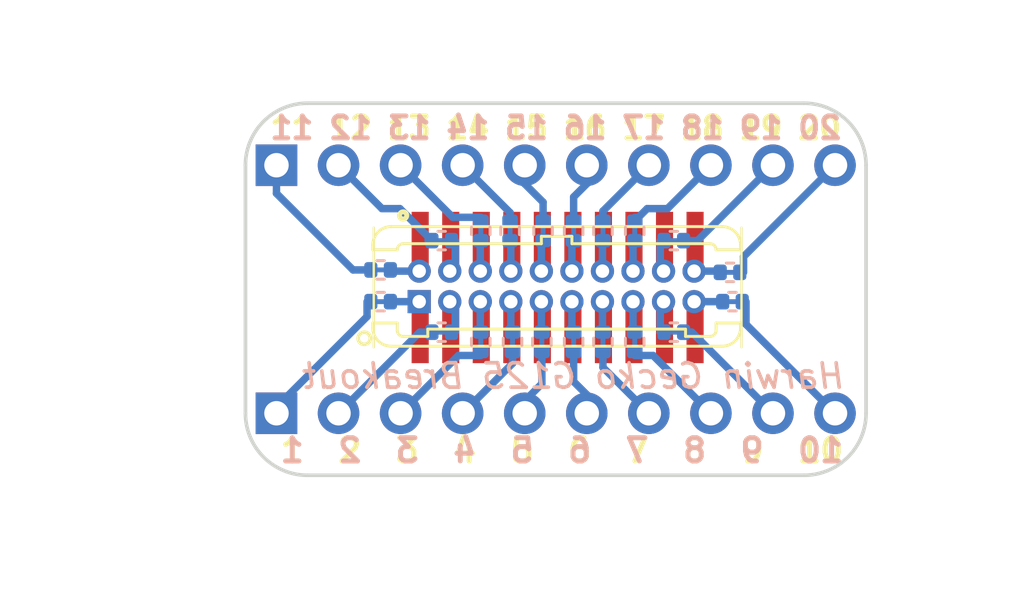
<source format=kicad_pcb>
(kicad_pcb (version 20171130) (host pcbnew "(5.1.12)-1")

  (general
    (thickness 1.6)
    (drawings 18)
    (tracks 90)
    (zones 0)
    (modules 24)
    (nets 41)
  )

  (page A4)
  (layers
    (0 F.Cu signal)
    (31 B.Cu signal)
    (32 B.Adhes user)
    (33 F.Adhes user)
    (34 B.Paste user)
    (35 F.Paste user)
    (36 B.SilkS user)
    (37 F.SilkS user)
    (38 B.Mask user)
    (39 F.Mask user)
    (40 Dwgs.User user)
    (41 Cmts.User user)
    (42 Eco1.User user)
    (43 Eco2.User user)
    (44 Edge.Cuts user)
    (45 Margin user)
    (46 B.CrtYd user)
    (47 F.CrtYd user)
    (48 B.Fab user)
    (49 F.Fab user)
  )

  (setup
    (last_trace_width 0.1524)
    (user_trace_width 0.1524)
    (user_trace_width 0.254)
    (user_trace_width 0.3048)
    (user_trace_width 0.4064)
    (trace_clearance 0.1524)
    (zone_clearance 0.508)
    (zone_45_only no)
    (trace_min 0.1524)
    (via_size 0.6858)
    (via_drill 0.3302)
    (via_min_size 0.508)
    (via_min_drill 0.254)
    (uvia_size 0.3)
    (uvia_drill 0.1)
    (uvias_allowed no)
    (uvia_min_size 0.2)
    (uvia_min_drill 0.1)
    (edge_width 0.15)
    (segment_width 0.1524)
    (pcb_text_width 0.3)
    (pcb_text_size 1.5 1.5)
    (mod_edge_width 0.25)
    (mod_text_size 1 1)
    (mod_text_width 0.15)
    (pad_size 1.524 1.524)
    (pad_drill 0.762)
    (pad_to_mask_clearance 0.0508)
    (solder_mask_min_width 0.1016)
    (aux_axis_origin 0 0)
    (visible_elements 7FFFFFFF)
    (pcbplotparams
      (layerselection 0x00030_80000001)
      (usegerberextensions false)
      (usegerberattributes true)
      (usegerberadvancedattributes true)
      (creategerberjobfile true)
      (excludeedgelayer true)
      (linewidth 0.100000)
      (plotframeref false)
      (viasonmask false)
      (mode 1)
      (useauxorigin false)
      (hpglpennumber 1)
      (hpglpenspeed 20)
      (hpglpendiameter 15.000000)
      (psnegative false)
      (psa4output false)
      (plotreference true)
      (plotvalue true)
      (plotinvisibletext false)
      (padsonsilk false)
      (subtractmaskfromsilk false)
      (outputformat 1)
      (mirror false)
      (drillshape 1)
      (scaleselection 1)
      (outputdirectory ""))
  )

  (net 0 "")
  (net 1 /A0)
  (net 2 /A1)
  (net 3 /A2)
  (net 4 /A3)
  (net 5 /D0)
  (net 6 /D1)
  (net 7 /D2)
  (net 8 /D3)
  (net 9 /D4)
  (net 10 /D5)
  (net 11 /D6)
  (net 12 /D7)
  (net 13 /D8)
  (net 14 /D9)
  (net 15 /D10)
  (net 16 /D13)
  (net 17 /D12)
  (net 18 /D11)
  (net 19 /A4)
  (net 20 /A5)
  (net 21 "Net-(J4-Pad1)")
  (net 22 "Net-(J3-Pad1)")
  (net 23 "Net-(J3-Pad2)")
  (net 24 "Net-(J3-Pad3)")
  (net 25 "Net-(J3-Pad4)")
  (net 26 "Net-(J3-Pad5)")
  (net 27 "Net-(J3-Pad6)")
  (net 28 "Net-(J3-Pad7)")
  (net 29 "Net-(J3-Pad8)")
  (net 30 "Net-(J3-Pad9)")
  (net 31 "Net-(J3-Pad10)")
  (net 32 "Net-(J4-Pad10)")
  (net 33 "Net-(J4-Pad9)")
  (net 34 "Net-(J4-Pad8)")
  (net 35 "Net-(J4-Pad7)")
  (net 36 "Net-(J4-Pad6)")
  (net 37 "Net-(J4-Pad5)")
  (net 38 "Net-(J4-Pad4)")
  (net 39 "Net-(J4-Pad3)")
  (net 40 "Net-(J4-Pad2)")

  (net_class Default "This is the default net class."
    (clearance 0.1524)
    (trace_width 0.1524)
    (via_dia 0.6858)
    (via_drill 0.3302)
    (uvia_dia 0.3)
    (uvia_drill 0.1)
    (add_net /A0)
    (add_net /A1)
    (add_net /A2)
    (add_net /A3)
    (add_net /A4)
    (add_net /A5)
    (add_net /D0)
    (add_net /D1)
    (add_net /D10)
    (add_net /D11)
    (add_net /D12)
    (add_net /D13)
    (add_net /D2)
    (add_net /D3)
    (add_net /D4)
    (add_net /D5)
    (add_net /D6)
    (add_net /D7)
    (add_net /D8)
    (add_net /D9)
    (add_net "Net-(J3-Pad1)")
    (add_net "Net-(J3-Pad10)")
    (add_net "Net-(J3-Pad2)")
    (add_net "Net-(J3-Pad3)")
    (add_net "Net-(J3-Pad4)")
    (add_net "Net-(J3-Pad5)")
    (add_net "Net-(J3-Pad6)")
    (add_net "Net-(J3-Pad7)")
    (add_net "Net-(J3-Pad8)")
    (add_net "Net-(J3-Pad9)")
    (add_net "Net-(J4-Pad1)")
    (add_net "Net-(J4-Pad10)")
    (add_net "Net-(J4-Pad2)")
    (add_net "Net-(J4-Pad3)")
    (add_net "Net-(J4-Pad4)")
    (add_net "Net-(J4-Pad5)")
    (add_net "Net-(J4-Pad6)")
    (add_net "Net-(J4-Pad7)")
    (add_net "Net-(J4-Pad8)")
    (add_net "Net-(J4-Pad9)")
  )

  (module Connector_PinHeader_2.54mm:PinHeader_1x10_P2.54mm_Vertical (layer F.Cu) (tedit 63331346) (tstamp 6332231A)
    (at 101.6 120.65 90)
    (descr "Through hole straight pin header, 1x10, 2.54mm pitch, single row")
    (tags "Through hole pin header THT 1x10 2.54mm single row")
    (path /6333E140)
    (fp_text reference J3 (at 0 -2.33 90) (layer F.SilkS) hide
      (effects (font (size 1 1) (thickness 0.15)))
    )
    (fp_text value Conn_01x10_Male (at 0 25.19 90) (layer F.Fab)
      (effects (font (size 1 1) (thickness 0.15)))
    )
    (fp_line (start -0.635 -1.27) (end 1.27 -1.27) (layer F.Fab) (width 0.1))
    (fp_line (start 1.27 -1.27) (end 1.27 24.13) (layer F.Fab) (width 0.1))
    (fp_line (start 1.27 24.13) (end -1.27 24.13) (layer F.Fab) (width 0.1))
    (fp_line (start -1.27 24.13) (end -1.27 -0.635) (layer F.Fab) (width 0.1))
    (fp_line (start -1.27 -0.635) (end -0.635 -1.27) (layer F.Fab) (width 0.1))
    (fp_line (start -1.8 -1.8) (end -1.8 24.65) (layer F.CrtYd) (width 0.05))
    (fp_line (start -1.8 24.65) (end 1.8 24.65) (layer F.CrtYd) (width 0.05))
    (fp_line (start 1.8 24.65) (end 1.8 -1.8) (layer F.CrtYd) (width 0.05))
    (fp_line (start 1.8 -1.8) (end -1.8 -1.8) (layer F.CrtYd) (width 0.05))
    (fp_text user %R (at 0 11.43 180) (layer F.Fab)
      (effects (font (size 1 1) (thickness 0.15)))
    )
    (pad 1 thru_hole rect (at 0 0 90) (size 1.7 1.7) (drill 1) (layers *.Cu *.Mask)
      (net 22 "Net-(J3-Pad1)"))
    (pad 2 thru_hole oval (at 0 2.54 90) (size 1.7 1.7) (drill 1) (layers *.Cu *.Mask)
      (net 23 "Net-(J3-Pad2)"))
    (pad 3 thru_hole oval (at 0 5.08 90) (size 1.7 1.7) (drill 1) (layers *.Cu *.Mask)
      (net 24 "Net-(J3-Pad3)"))
    (pad 4 thru_hole oval (at 0 7.62 90) (size 1.7 1.7) (drill 1) (layers *.Cu *.Mask)
      (net 25 "Net-(J3-Pad4)"))
    (pad 5 thru_hole oval (at 0 10.16 90) (size 1.7 1.7) (drill 1) (layers *.Cu *.Mask)
      (net 26 "Net-(J3-Pad5)"))
    (pad 6 thru_hole oval (at 0 12.7 90) (size 1.7 1.7) (drill 1) (layers *.Cu *.Mask)
      (net 27 "Net-(J3-Pad6)"))
    (pad 7 thru_hole oval (at 0 15.24 90) (size 1.7 1.7) (drill 1) (layers *.Cu *.Mask)
      (net 28 "Net-(J3-Pad7)"))
    (pad 8 thru_hole oval (at 0 17.78 90) (size 1.7 1.7) (drill 1) (layers *.Cu *.Mask)
      (net 29 "Net-(J3-Pad8)"))
    (pad 9 thru_hole oval (at 0 20.32 90) (size 1.7 1.7) (drill 1) (layers *.Cu *.Mask)
      (net 30 "Net-(J3-Pad9)"))
    (pad 10 thru_hole oval (at 0 22.86 90) (size 1.7 1.7) (drill 1) (layers *.Cu *.Mask)
      (net 31 "Net-(J3-Pad10)"))
    (model ${KISYS3DMOD}/Connector_PinHeader_2.54mm.3dshapes/PinHeader_1x10_P2.54mm_Vertical.wrl
      (at (xyz 0 0 0))
      (scale (xyz 1 1 1))
      (rotate (xyz 0 0 0))
    )
  )

  (module Connector_PinHeader_2.54mm:PinHeader_1x10_P2.54mm_Vertical (layer F.Cu) (tedit 63331326) (tstamp 63334017)
    (at 101.6 130.81 90)
    (descr "Through hole straight pin header, 1x10, 2.54mm pitch, single row")
    (tags "Through hole pin header THT 1x10 2.54mm single row")
    (path /6333F148)
    (fp_text reference J4 (at 0 -2.33 90) (layer F.SilkS) hide
      (effects (font (size 1 1) (thickness 0.15)))
    )
    (fp_text value Conn_01x10_Male (at 0 25.19 90) (layer F.Fab)
      (effects (font (size 1 1) (thickness 0.15)))
    )
    (fp_line (start 1.8 -1.8) (end -1.8 -1.8) (layer F.CrtYd) (width 0.05))
    (fp_line (start 1.8 24.65) (end 1.8 -1.8) (layer F.CrtYd) (width 0.05))
    (fp_line (start -1.8 24.65) (end 1.8 24.65) (layer F.CrtYd) (width 0.05))
    (fp_line (start -1.8 -1.8) (end -1.8 24.65) (layer F.CrtYd) (width 0.05))
    (fp_line (start -1.27 -0.635) (end -0.635 -1.27) (layer F.Fab) (width 0.1))
    (fp_line (start -1.27 24.13) (end -1.27 -0.635) (layer F.Fab) (width 0.1))
    (fp_line (start 1.27 24.13) (end -1.27 24.13) (layer F.Fab) (width 0.1))
    (fp_line (start 1.27 -1.27) (end 1.27 24.13) (layer F.Fab) (width 0.1))
    (fp_line (start -0.635 -1.27) (end 1.27 -1.27) (layer F.Fab) (width 0.1))
    (fp_text user %R (at 0 11.43 180) (layer F.Fab)
      (effects (font (size 1 1) (thickness 0.15)))
    )
    (pad 10 thru_hole oval (at 0 22.86 90) (size 1.7 1.7) (drill 1) (layers *.Cu *.Mask)
      (net 32 "Net-(J4-Pad10)"))
    (pad 9 thru_hole oval (at 0 20.32 90) (size 1.7 1.7) (drill 1) (layers *.Cu *.Mask)
      (net 33 "Net-(J4-Pad9)"))
    (pad 8 thru_hole oval (at 0 17.78 90) (size 1.7 1.7) (drill 1) (layers *.Cu *.Mask)
      (net 34 "Net-(J4-Pad8)"))
    (pad 7 thru_hole oval (at 0 15.24 90) (size 1.7 1.7) (drill 1) (layers *.Cu *.Mask)
      (net 35 "Net-(J4-Pad7)"))
    (pad 6 thru_hole oval (at 0 12.7 90) (size 1.7 1.7) (drill 1) (layers *.Cu *.Mask)
      (net 36 "Net-(J4-Pad6)"))
    (pad 5 thru_hole oval (at 0 10.16 90) (size 1.7 1.7) (drill 1) (layers *.Cu *.Mask)
      (net 37 "Net-(J4-Pad5)"))
    (pad 4 thru_hole oval (at 0 7.62 90) (size 1.7 1.7) (drill 1) (layers *.Cu *.Mask)
      (net 38 "Net-(J4-Pad4)"))
    (pad 3 thru_hole oval (at 0 5.08 90) (size 1.7 1.7) (drill 1) (layers *.Cu *.Mask)
      (net 39 "Net-(J4-Pad3)"))
    (pad 2 thru_hole oval (at 0 2.54 90) (size 1.7 1.7) (drill 1) (layers *.Cu *.Mask)
      (net 40 "Net-(J4-Pad2)"))
    (pad 1 thru_hole rect (at 0 0 90) (size 1.7 1.7) (drill 1) (layers *.Cu *.Mask)
      (net 21 "Net-(J4-Pad1)"))
    (model ${KISYS3DMOD}/Connector_PinHeader_2.54mm.3dshapes/PinHeader_1x10_P2.54mm_Vertical.wrl
      (at (xyz 0 0 0))
      (scale (xyz 1 1 1))
      (rotate (xyz 0 0 0))
    )
  )

  (module footprints:J_NC (layer B.Cu) (tedit 63322BD6) (tstamp 63332BB4)
    (at 105.862 126.238)
    (descr "Resistor SMD 0402 (1005 Metric), square (rectangular) end terminal, IPC_7351 nominal, (Body size source: IPC-SM-782 page 72, https://www.pcb-3d.com/wordpress/wp-content/uploads/ipc-sm-782a_amendment_1_and_2.pdf), generated with kicad-footprint-generator")
    (tags resistor)
    (path /633645BF)
    (attr smd)
    (fp_text reference JP1 (at 0 1.17 180) (layer B.SilkS) hide
      (effects (font (size 1 1) (thickness 0.15)) (justify mirror))
    )
    (fp_text value Jumper_NC_Small (at 0 -1.17 180) (layer B.Fab) hide
      (effects (font (size 1 1) (thickness 0.15)) (justify mirror))
    )
    (fp_line (start -0.525 -0.27) (end -0.525 0.27) (layer B.Fab) (width 0.1))
    (fp_line (start -0.525 0.27) (end 0.525 0.27) (layer B.Fab) (width 0.1))
    (fp_line (start 0.525 0.27) (end 0.525 -0.27) (layer B.Fab) (width 0.1))
    (fp_line (start 0.525 -0.27) (end -0.525 -0.27) (layer B.Fab) (width 0.1))
    (fp_line (start -0.153641 0.38) (end 0.153641 0.38) (layer B.SilkS) (width 0.12))
    (fp_line (start -0.153641 -0.38) (end 0.153641 -0.38) (layer B.SilkS) (width 0.12))
    (fp_line (start -0.93 -0.47) (end -0.93 0.47) (layer B.CrtYd) (width 0.05))
    (fp_line (start -0.93 0.47) (end 0.93 0.47) (layer B.CrtYd) (width 0.05))
    (fp_line (start 0.93 0.47) (end 0.93 -0.47) (layer B.CrtYd) (width 0.05))
    (fp_line (start 0.93 -0.47) (end -0.93 -0.47) (layer B.CrtYd) (width 0.05))
    (fp_text user %R (at 0 0 180) (layer B.Fab)
      (effects (font (size 0.26 0.26) (thickness 0.04)) (justify mirror))
    )
    (pad 2 smd roundrect (at 0.4 0) (size 0.54 0.64) (layers B.Cu B.Paste B.Mask) (roundrect_rratio 0.25)
      (net 5 /D0))
    (pad 1 smd roundrect (at -0.4 0) (size 0.54 0.64) (layers B.Cu B.Paste B.Mask) (roundrect_rratio 0.25)
      (net 21 "Net-(J4-Pad1)"))
    (pad 3 smd rect (at 0 0) (size 0.5 0.2) (layers B.Cu B.Paste))
    (model ${KISYS3DMOD}/Resistor_SMD.3dshapes/R_0402_1005Metric.wrl
      (at (xyz 0 0 0))
      (scale (xyz 1 1 1))
      (rotate (xyz 0 0 0))
    )
  )

  (module footprints:Harwin_Gecko-G125-MVX2005L0X_2x10_P1.25mm_Vertical (layer F.Cu) (tedit 62D72C93) (tstamp 63332D9F)
    (at 107.442 126.238)
    (descr "Harwin Gecko Connector, 20 pins, dual row male, vertical entry, no latches, PN:G125-MVX2005L0X")
    (tags "connector harwin gecko")
    (path /62FF0A69)
    (fp_text reference J1 (at 5.625 3.5) (layer F.SilkS) hide
      (effects (font (size 1 1) (thickness 0.15)))
    )
    (fp_text value Conn_02x10_Top_Bottom (at 5.625 -4.3) (layer F.Fab)
      (effects (font (size 1 1) (thickness 0.15)))
    )
    (fp_circle (center -2.25 1.5) (end -2 1.5) (layer F.SilkS) (width 0.15))
    (fp_line (start -1.15 -3.075) (end 12.4 -3.075) (layer F.SilkS) (width 0.12))
    (fp_line (start -1.15 1.825) (end 12.4 1.825) (layer F.SilkS) (width 0.12))
    (fp_line (start -0.65 1.425) (end 0.35 1.425) (layer F.SilkS) (width 0.12))
    (fp_line (start 0.35 1.425) (end 0.35 1.125) (layer F.SilkS) (width 0.12))
    (fp_line (start 0.35 1.125) (end 10.9 1.125) (layer F.SilkS) (width 0.12))
    (fp_line (start 10.9 1.125) (end 10.9 1.425) (layer F.SilkS) (width 0.12))
    (fp_line (start 10.9 1.425) (end 11.9 1.425) (layer F.SilkS) (width 0.12))
    (fp_line (start -0.65 -2.375) (end 5 -2.375) (layer F.SilkS) (width 0.12))
    (fp_line (start 5 -2.375) (end 5 -2.675) (layer F.SilkS) (width 0.12))
    (fp_line (start 5 -2.675) (end 6.25 -2.675) (layer F.SilkS) (width 0.12))
    (fp_line (start 6.25 -2.675) (end 6.25 -2.375) (layer F.SilkS) (width 0.12))
    (fp_line (start 6.25 -2.375) (end 11.9 -2.375) (layer F.SilkS) (width 0.12))
    (fp_line (start -1.9 -2.325) (end -1.9 -2.125) (layer F.SilkS) (width 0.12))
    (fp_line (start -1.9 -2.125) (end -0.9 -2.125) (layer F.SilkS) (width 0.12))
    (fp_line (start -0.9 -2.125) (end -0.9 -2.125) (layer F.SilkS) (width 0.12))
    (fp_line (start 13.15 -2.325) (end 13.15 -2.125) (layer F.SilkS) (width 0.12))
    (fp_line (start 13.15 -2.125) (end 12.15 -2.125) (layer F.SilkS) (width 0.12))
    (fp_line (start 12.15 -2.125) (end 12.15 -2.125) (layer F.SilkS) (width 0.12))
    (fp_line (start 13.15 1.075) (end 13.15 0.875) (layer F.SilkS) (width 0.12))
    (fp_line (start 13.15 0.875) (end 12.15 0.875) (layer F.SilkS) (width 0.12))
    (fp_line (start 12.15 0.875) (end 12.15 0.875) (layer F.SilkS) (width 0.12))
    (fp_line (start -1.9 1.075) (end -1.9 0.875) (layer F.SilkS) (width 0.12))
    (fp_line (start -1.9 0.875) (end -0.9 0.875) (layer F.SilkS) (width 0.12))
    (fp_line (start -0.9 0.875) (end -0.9 0.875) (layer F.SilkS) (width 0.12))
    (fp_line (start -0.9 1.175) (end -0.9 0.875) (layer F.SilkS) (width 0.12))
    (fp_line (start 12.15 1.175) (end 12.15 0.875) (layer F.SilkS) (width 0.12))
    (fp_line (start -1.15 -3.075) (end 12.4 -3.075) (layer F.Fab) (width 0.1))
    (fp_line (start -1.15 1.825) (end 12.4 1.825) (layer F.Fab) (width 0.1))
    (fp_line (start -0.65 1.425) (end 0.35 1.425) (layer F.Fab) (width 0.1))
    (fp_line (start 0.35 1.425) (end 0.35 1.125) (layer F.Fab) (width 0.1))
    (fp_line (start 0.35 1.125) (end 10.9 1.125) (layer F.Fab) (width 0.1))
    (fp_line (start 10.9 1.125) (end 10.9 1.425) (layer F.Fab) (width 0.1))
    (fp_line (start 10.9 1.425) (end 11.9 1.425) (layer F.Fab) (width 0.1))
    (fp_line (start -0.65 -2.375) (end 5 -2.375) (layer F.Fab) (width 0.1))
    (fp_line (start 5 -2.375) (end 5 -2.675) (layer F.Fab) (width 0.1))
    (fp_line (start 5 -2.675) (end 6.25 -2.675) (layer F.Fab) (width 0.1))
    (fp_line (start 6.25 -2.675) (end 6.25 -2.375) (layer F.Fab) (width 0.1))
    (fp_line (start 6.25 -2.375) (end 11.9 -2.375) (layer F.Fab) (width 0.1))
    (fp_line (start -1.9 -2.325) (end -1.9 -2.125) (layer F.Fab) (width 0.1))
    (fp_line (start -1.9 -2.125) (end -0.9 -2.125) (layer F.Fab) (width 0.1))
    (fp_line (start -0.9 -2.125) (end -0.9 -2.125) (layer F.Fab) (width 0.1))
    (fp_line (start 13.15 -2.325) (end 13.15 -2.125) (layer F.Fab) (width 0.1))
    (fp_line (start 13.15 -2.125) (end 12.15 -2.125) (layer F.Fab) (width 0.1))
    (fp_line (start 12.15 -2.125) (end 12.15 -2.125) (layer F.Fab) (width 0.1))
    (fp_line (start 13.15 1.075) (end 13.15 0.875) (layer F.Fab) (width 0.1))
    (fp_line (start 13.15 0.875) (end 12.15 0.875) (layer F.Fab) (width 0.1))
    (fp_line (start 12.15 0.875) (end 12.15 0.875) (layer F.Fab) (width 0.1))
    (fp_line (start -1.9 1.075) (end -1.9 0.875) (layer F.Fab) (width 0.1))
    (fp_line (start -1.9 0.875) (end -0.9 0.875) (layer F.Fab) (width 0.1))
    (fp_line (start -0.9 0.875) (end -0.9 0.875) (layer F.Fab) (width 0.1))
    (fp_line (start -0.9 1.175) (end -0.9 0.875) (layer F.Fab) (width 0.1))
    (fp_line (start 12.15 1.175) (end 12.15 0.875) (layer F.Fab) (width 0.1))
    (fp_line (start -2.4 -3.58) (end -2.4 -2.58) (layer F.CrtYd) (width 0.05))
    (fp_line (start -2.4 -2.58) (end 13.65 -2.58) (layer F.CrtYd) (width 0.05))
    (fp_line (start 13.65 -2.58) (end 13.65 -3.58) (layer F.CrtYd) (width 0.05))
    (fp_line (start 13.65 -3.58) (end -2.4 -3.58) (layer F.CrtYd) (width 0.05))
    (fp_line (start 0 0.25) (end -0.3 0.85) (layer F.Fab) (width 0.1))
    (fp_line (start -0.3 0.85) (end 0.3 0.85) (layer F.Fab) (width 0.1))
    (fp_line (start 0.3 0.85) (end 0 0.25) (layer F.Fab) (width 0.1))
    (fp_text user %R (at 5.625 0) (layer F.Fab)
      (effects (font (size 1 1) (thickness 0.15)))
    )
    (fp_arc (start -0.65 1.175) (end -0.65 1.425) (angle 90) (layer F.Fab) (width 0.1))
    (fp_arc (start 11.9 1.175) (end 12.15 1.175) (angle 90) (layer F.Fab) (width 0.1))
    (fp_arc (start 11.9 -2.125) (end 11.9 -2.375) (angle 90) (layer F.Fab) (width 0.1))
    (fp_arc (start -0.65 -2.125) (end -0.9 -2.125) (angle 90) (layer F.Fab) (width 0.1))
    (fp_arc (start -1.15 1.075) (end -1.15 1.825) (angle 90) (layer F.Fab) (width 0.1))
    (fp_arc (start 12.4 1.075) (end 13.15 1.075) (angle 90) (layer F.Fab) (width 0.1))
    (fp_arc (start 12.4 -2.325) (end 12.4 -3.075) (angle 90) (layer F.Fab) (width 0.1))
    (fp_arc (start -1.15 -2.325) (end -1.9 -2.325) (angle 90) (layer F.Fab) (width 0.1))
    (fp_arc (start -0.65 1.175) (end -0.65 1.425) (angle 90) (layer F.SilkS) (width 0.12))
    (fp_arc (start 11.9 1.175) (end 12.15 1.175) (angle 90) (layer F.SilkS) (width 0.12))
    (fp_arc (start 11.9 -2.125) (end 11.9 -2.375) (angle 90) (layer F.SilkS) (width 0.12))
    (fp_arc (start -0.65 -2.125) (end -0.9 -2.125) (angle 90) (layer F.SilkS) (width 0.12))
    (fp_arc (start -1.15 1.075) (end -1.15 1.825) (angle 90) (layer F.SilkS) (width 0.12))
    (fp_arc (start 12.4 1.075) (end 13.15 1.075) (angle 90) (layer F.SilkS) (width 0.12))
    (fp_arc (start 12.4 -2.325) (end 12.4 -3.075) (angle 90) (layer F.SilkS) (width 0.12))
    (fp_arc (start -1.15 -2.325) (end -1.9 -2.325) (angle 90) (layer F.SilkS) (width 0.12))
    (pad 20 thru_hole circle (at 11.25 -1.25) (size 0.95 0.95) (drill 0.55) (layers *.Cu *.Mask)
      (net 16 /D13))
    (pad 19 thru_hole circle (at 10 -1.25) (size 0.95 0.95) (drill 0.55) (layers *.Cu *.Mask)
      (net 17 /D12))
    (pad 18 thru_hole circle (at 8.75 -1.25) (size 0.95 0.95) (drill 0.55) (layers *.Cu *.Mask)
      (net 18 /D11))
    (pad 17 thru_hole circle (at 7.5 -1.25) (size 0.95 0.95) (drill 0.55) (layers *.Cu *.Mask)
      (net 15 /D10))
    (pad 16 thru_hole circle (at 6.25 -1.25) (size 0.95 0.95) (drill 0.55) (layers *.Cu *.Mask)
      (net 1 /A0))
    (pad 15 thru_hole circle (at 5 -1.25) (size 0.95 0.95) (drill 0.55) (layers *.Cu *.Mask)
      (net 2 /A1))
    (pad 14 thru_hole circle (at 3.75 -1.25) (size 0.95 0.95) (drill 0.55) (layers *.Cu *.Mask)
      (net 3 /A2))
    (pad 13 thru_hole circle (at 2.5 -1.25) (size 0.95 0.95) (drill 0.55) (layers *.Cu *.Mask)
      (net 4 /A3))
    (pad 12 thru_hole circle (at 1.25 -1.25) (size 0.95 0.95) (drill 0.55) (layers *.Cu *.Mask)
      (net 19 /A4))
    (pad 11 thru_hole circle (at 0 -1.25) (size 0.95 0.95) (drill 0.55) (layers *.Cu *.Mask)
      (net 20 /A5))
    (pad 10 thru_hole circle (at 11.25 0) (size 0.95 0.95) (drill 0.55) (layers *.Cu *.Mask)
      (net 14 /D9))
    (pad 9 thru_hole circle (at 10 0) (size 0.95 0.95) (drill 0.55) (layers *.Cu *.Mask)
      (net 13 /D8))
    (pad 8 thru_hole circle (at 8.75 0) (size 0.95 0.95) (drill 0.55) (layers *.Cu *.Mask)
      (net 12 /D7))
    (pad 7 thru_hole circle (at 7.5 0) (size 0.95 0.95) (drill 0.55) (layers *.Cu *.Mask)
      (net 11 /D6))
    (pad 6 thru_hole circle (at 6.25 0) (size 0.95 0.95) (drill 0.55) (layers *.Cu *.Mask)
      (net 10 /D5))
    (pad 5 thru_hole circle (at 5 0) (size 0.95 0.95) (drill 0.55) (layers *.Cu *.Mask)
      (net 9 /D4))
    (pad 4 thru_hole circle (at 3.75 0) (size 0.95 0.95) (drill 0.55) (layers *.Cu *.Mask)
      (net 8 /D3))
    (pad 3 thru_hole circle (at 2.5 0) (size 0.95 0.95) (drill 0.55) (layers *.Cu *.Mask)
      (net 7 /D2))
    (pad 2 thru_hole circle (at 1.25 0) (size 0.95 0.95) (drill 0.55) (layers *.Cu *.Mask)
      (net 6 /D1))
    (pad 1 thru_hole rect (at 0 0) (size 0.95 0.95) (drill 0.55) (layers *.Cu *.Mask)
      (net 5 /D0))
    (model ${KISYS3DMOD}/Connector_Harwin.3dshapes/Harwin_Gecko-G125-MVX2005L0X_2x10_P1.25mm_Vertical.wrl
      (at (xyz 0 0 0))
      (scale (xyz 1 1 1))
      (rotate (xyz 0 0 0))
    )
  )

  (module footprints:G125-FS12005L0P (layer F.Cu) (tedit 0) (tstamp 63331699)
    (at 113.107 125.658 180)
    (descr G125-FS12005L0P-1)
    (tags Connector)
    (path /63330E8E)
    (attr smd)
    (fp_text reference J2 (at 0 0) (layer F.SilkS) hide
      (effects (font (size 1.27 1.27) (thickness 0.254)))
    )
    (fp_text value Conn_02x10_Top_Bottom (at -0.585 10.74) (layer F.SilkS) hide
      (effects (font (size 1.27 1.27) (thickness 0.254)))
    )
    (fp_line (start -7.525 -2.45) (end 7.525 -2.45) (layer F.Fab) (width 0.2))
    (fp_line (start 7.525 -2.45) (end 7.525 2.45) (layer F.Fab) (width 0.2))
    (fp_line (start 7.525 2.45) (end -7.525 2.45) (layer F.Fab) (width 0.2))
    (fp_line (start -7.525 2.45) (end -7.525 -2.45) (layer F.Fab) (width 0.2))
    (fp_line (start 7.525 -2.45) (end 7.525 2.45) (layer F.SilkS) (width 0.1))
    (fp_line (start -7.525 2.45) (end -7.525 -2.45) (layer F.SilkS) (width 0.1))
    (fp_line (start -8.725 -4.1) (end 8.725 -4.1) (layer F.CrtYd) (width 0.05))
    (fp_line (start 8.725 -4.1) (end 8.725 4.1) (layer F.CrtYd) (width 0.05))
    (fp_line (start 8.725 4.1) (end -8.725 4.1) (layer F.CrtYd) (width 0.05))
    (fp_line (start -8.725 4.1) (end -8.725 -4.1) (layer F.CrtYd) (width 0.05))
    (fp_circle (center 6.325 2.95) (end 6.325 3) (layer F.SilkS) (width 0.2))
    (fp_text user %R (at 0 0) (layer F.Fab)
      (effects (font (size 1.27 1.27) (thickness 0.254)))
    )
    (pad 1 smd rect (at 5.625 1.85 180) (size 0.7 2.5) (layers F.Cu F.Paste F.Mask)
      (net 20 /A5))
    (pad 2 smd rect (at 4.375 1.85 180) (size 0.7 2.5) (layers F.Cu F.Paste F.Mask)
      (net 19 /A4))
    (pad 3 smd rect (at 3.125 1.85 180) (size 0.7 2.5) (layers F.Cu F.Paste F.Mask)
      (net 4 /A3))
    (pad 4 smd rect (at 1.875 1.85 180) (size 0.7 2.5) (layers F.Cu F.Paste F.Mask)
      (net 3 /A2))
    (pad 5 smd rect (at 0.625 1.85 180) (size 0.7 2.5) (layers F.Cu F.Paste F.Mask)
      (net 2 /A1))
    (pad 6 smd rect (at -0.625 1.85 180) (size 0.7 2.5) (layers F.Cu F.Paste F.Mask)
      (net 1 /A0))
    (pad 7 smd rect (at -1.875 1.85 180) (size 0.7 2.5) (layers F.Cu F.Paste F.Mask)
      (net 15 /D10))
    (pad 8 smd rect (at -3.125 1.85 180) (size 0.7 2.5) (layers F.Cu F.Paste F.Mask)
      (net 18 /D11))
    (pad 9 smd rect (at -4.375 1.85 180) (size 0.7 2.5) (layers F.Cu F.Paste F.Mask)
      (net 17 /D12))
    (pad 10 smd rect (at -5.625 1.85 180) (size 0.7 2.5) (layers F.Cu F.Paste F.Mask)
      (net 16 /D13))
    (pad 11 smd rect (at 5.625 -1.85 180) (size 0.7 2.5) (layers F.Cu F.Paste F.Mask)
      (net 5 /D0))
    (pad 12 smd rect (at 4.375 -1.85 180) (size 0.7 2.5) (layers F.Cu F.Paste F.Mask)
      (net 6 /D1))
    (pad 13 smd rect (at 3.125 -1.85 180) (size 0.7 2.5) (layers F.Cu F.Paste F.Mask)
      (net 7 /D2))
    (pad 14 smd rect (at 1.875 -1.85 180) (size 0.7 2.5) (layers F.Cu F.Paste F.Mask)
      (net 8 /D3))
    (pad 15 smd rect (at 0.625 -1.85 180) (size 0.7 2.5) (layers F.Cu F.Paste F.Mask)
      (net 9 /D4))
    (pad 16 smd rect (at -0.625 -1.85 180) (size 0.7 2.5) (layers F.Cu F.Paste F.Mask)
      (net 10 /D5))
    (pad 17 smd rect (at -1.875 -1.85 180) (size 0.7 2.5) (layers F.Cu F.Paste F.Mask)
      (net 11 /D6))
    (pad 18 smd rect (at -3.125 -1.85 180) (size 0.7 2.5) (layers F.Cu F.Paste F.Mask)
      (net 12 /D7))
    (pad 19 smd rect (at -4.375 -1.85 180) (size 0.7 2.5) (layers F.Cu F.Paste F.Mask)
      (net 13 /D8))
    (pad 20 smd rect (at -5.625 -1.85 180) (size 0.7 2.5) (layers F.Cu F.Paste F.Mask)
      (net 14 /D9))
    (model G125-FS12005L0P.stp
      (offset (xyz 0 0 2.430000030262263))
      (scale (xyz 1 1 1))
      (rotate (xyz 0 0 -180))
    )
  )

  (module footprints:J_NC (layer F.Cu) (tedit 63322D14) (tstamp 63332D19)
    (at 108.362 127.488)
    (descr "Resistor SMD 0402 (1005 Metric), square (rectangular) end terminal, IPC_7351 nominal, (Body size source: IPC-SM-782 page 72, https://www.pcb-3d.com/wordpress/wp-content/uploads/ipc-sm-782a_amendment_1_and_2.pdf), generated with kicad-footprint-generator")
    (tags resistor)
    (path /6336CEB1)
    (attr smd)
    (fp_text reference JP2 (at 0 1.17) (layer B.SilkS) hide
      (effects (font (size 1 1) (thickness 0.15)) (justify mirror))
    )
    (fp_text value Jumper_NC_Small (at 0 -1.17) (layer B.Fab) hide
      (effects (font (size 1 1) (thickness 0.15)) (justify mirror))
    )
    (fp_line (start -0.525 -0.27) (end -0.525 0.27) (layer B.Fab) (width 0.1))
    (fp_line (start -0.525 0.27) (end 0.525 0.27) (layer B.Fab) (width 0.1))
    (fp_line (start 0.525 0.27) (end 0.525 -0.27) (layer B.Fab) (width 0.1))
    (fp_line (start 0.525 -0.27) (end -0.525 -0.27) (layer B.Fab) (width 0.1))
    (fp_line (start -0.153641 0.38) (end 0.153641 0.38) (layer B.SilkS) (width 0.12))
    (fp_line (start -0.153641 -0.38) (end 0.153641 -0.38) (layer B.SilkS) (width 0.12))
    (fp_line (start -0.93 -0.47) (end -0.93 0.47) (layer B.CrtYd) (width 0.05))
    (fp_line (start -0.93 0.47) (end 0.93 0.47) (layer B.CrtYd) (width 0.05))
    (fp_line (start 0.93 0.47) (end 0.93 -0.47) (layer B.CrtYd) (width 0.05))
    (fp_line (start 0.93 -0.47) (end -0.93 -0.47) (layer B.CrtYd) (width 0.05))
    (fp_text user %R (at 0 0) (layer B.Fab)
      (effects (font (size 0.26 0.26) (thickness 0.04)) (justify mirror))
    )
    (pad 2 smd roundrect (at 0.4 0) (size 0.54 0.64) (layers B.Cu B.Paste B.Mask) (roundrect_rratio 0.25)
      (net 6 /D1))
    (pad 1 smd roundrect (at -0.4 0) (size 0.54 0.64) (layers B.Cu B.Paste B.Mask) (roundrect_rratio 0.25)
      (net 40 "Net-(J4-Pad2)"))
    (pad 3 smd rect (at 0 0) (size 0.5 0.2) (layers B.Cu B.Paste))
    (model ${KISYS3DMOD}/Resistor_SMD.3dshapes/R_0402_1005Metric.wrl
      (at (xyz 0 0 0))
      (scale (xyz 1 1 1))
      (rotate (xyz 0 0 0))
    )
  )

  (module footprints:J_NC (layer B.Cu) (tedit 63322D14) (tstamp 63332E78)
    (at 109.962 127.888 90)
    (descr "Resistor SMD 0402 (1005 Metric), square (rectangular) end terminal, IPC_7351 nominal, (Body size source: IPC-SM-782 page 72, https://www.pcb-3d.com/wordpress/wp-content/uploads/ipc-sm-782a_amendment_1_and_2.pdf), generated with kicad-footprint-generator")
    (tags resistor)
    (path /6336D1BA)
    (attr smd)
    (fp_text reference JP3 (at 0 1.17 90) (layer B.SilkS) hide
      (effects (font (size 1 1) (thickness 0.15)) (justify mirror))
    )
    (fp_text value Jumper_NC_Small (at 0 -1.17 90) (layer B.Fab) hide
      (effects (font (size 1 1) (thickness 0.15)) (justify mirror))
    )
    (fp_line (start 0.93 -0.47) (end -0.93 -0.47) (layer B.CrtYd) (width 0.05))
    (fp_line (start 0.93 0.47) (end 0.93 -0.47) (layer B.CrtYd) (width 0.05))
    (fp_line (start -0.93 0.47) (end 0.93 0.47) (layer B.CrtYd) (width 0.05))
    (fp_line (start -0.93 -0.47) (end -0.93 0.47) (layer B.CrtYd) (width 0.05))
    (fp_line (start -0.153641 -0.38) (end 0.153641 -0.38) (layer B.SilkS) (width 0.12))
    (fp_line (start -0.153641 0.38) (end 0.153641 0.38) (layer B.SilkS) (width 0.12))
    (fp_line (start 0.525 -0.27) (end -0.525 -0.27) (layer B.Fab) (width 0.1))
    (fp_line (start 0.525 0.27) (end 0.525 -0.27) (layer B.Fab) (width 0.1))
    (fp_line (start -0.525 0.27) (end 0.525 0.27) (layer B.Fab) (width 0.1))
    (fp_line (start -0.525 -0.27) (end -0.525 0.27) (layer B.Fab) (width 0.1))
    (fp_text user %R (at 0 0 90) (layer B.Fab)
      (effects (font (size 0.26 0.26) (thickness 0.04)) (justify mirror))
    )
    (pad 3 smd rect (at 0 0 90) (size 0.5 0.2) (layers B.Cu B.Paste))
    (pad 1 smd roundrect (at -0.4 0 90) (size 0.54 0.64) (layers B.Cu B.Paste B.Mask) (roundrect_rratio 0.25)
      (net 39 "Net-(J4-Pad3)"))
    (pad 2 smd roundrect (at 0.4 0 90) (size 0.54 0.64) (layers B.Cu B.Paste B.Mask) (roundrect_rratio 0.25)
      (net 7 /D2))
    (model ${KISYS3DMOD}/Resistor_SMD.3dshapes/R_0402_1005Metric.wrl
      (at (xyz 0 0 0))
      (scale (xyz 1 1 1))
      (rotate (xyz 0 0 0))
    )
  )

  (module footprints:J_NC (layer F.Cu) (tedit 63322D14) (tstamp 63332CE6)
    (at 111.262 127.888 90)
    (descr "Resistor SMD 0402 (1005 Metric), square (rectangular) end terminal, IPC_7351 nominal, (Body size source: IPC-SM-782 page 72, https://www.pcb-3d.com/wordpress/wp-content/uploads/ipc-sm-782a_amendment_1_and_2.pdf), generated with kicad-footprint-generator")
    (tags resistor)
    (path /6336D3FF)
    (attr smd)
    (fp_text reference JP4 (at 0 1.17 90) (layer B.SilkS) hide
      (effects (font (size 1 1) (thickness 0.15)) (justify mirror))
    )
    (fp_text value Jumper_NC_Small (at 0 -1.17 90) (layer B.Fab) hide
      (effects (font (size 1 1) (thickness 0.15)) (justify mirror))
    )
    (fp_line (start -0.525 -0.27) (end -0.525 0.27) (layer B.Fab) (width 0.1))
    (fp_line (start -0.525 0.27) (end 0.525 0.27) (layer B.Fab) (width 0.1))
    (fp_line (start 0.525 0.27) (end 0.525 -0.27) (layer B.Fab) (width 0.1))
    (fp_line (start 0.525 -0.27) (end -0.525 -0.27) (layer B.Fab) (width 0.1))
    (fp_line (start -0.153641 0.38) (end 0.153641 0.38) (layer B.SilkS) (width 0.12))
    (fp_line (start -0.153641 -0.38) (end 0.153641 -0.38) (layer B.SilkS) (width 0.12))
    (fp_line (start -0.93 -0.47) (end -0.93 0.47) (layer B.CrtYd) (width 0.05))
    (fp_line (start -0.93 0.47) (end 0.93 0.47) (layer B.CrtYd) (width 0.05))
    (fp_line (start 0.93 0.47) (end 0.93 -0.47) (layer B.CrtYd) (width 0.05))
    (fp_line (start 0.93 -0.47) (end -0.93 -0.47) (layer B.CrtYd) (width 0.05))
    (fp_text user %R (at 0 0 90) (layer B.Fab)
      (effects (font (size 0.26 0.26) (thickness 0.04)) (justify mirror))
    )
    (pad 2 smd roundrect (at 0.4 0 90) (size 0.54 0.64) (layers B.Cu B.Paste B.Mask) (roundrect_rratio 0.25)
      (net 8 /D3))
    (pad 1 smd roundrect (at -0.4 0 90) (size 0.54 0.64) (layers B.Cu B.Paste B.Mask) (roundrect_rratio 0.25)
      (net 38 "Net-(J4-Pad4)"))
    (pad 3 smd rect (at 0 0 90) (size 0.5 0.2) (layers B.Cu B.Paste))
    (model ${KISYS3DMOD}/Resistor_SMD.3dshapes/R_0402_1005Metric.wrl
      (at (xyz 0 0 0))
      (scale (xyz 1 1 1))
      (rotate (xyz 0 0 0))
    )
  )

  (module footprints:J_NC (layer F.Cu) (tedit 63322D14) (tstamp 63332B81)
    (at 112.462 127.888 90)
    (descr "Resistor SMD 0402 (1005 Metric), square (rectangular) end terminal, IPC_7351 nominal, (Body size source: IPC-SM-782 page 72, https://www.pcb-3d.com/wordpress/wp-content/uploads/ipc-sm-782a_amendment_1_and_2.pdf), generated with kicad-footprint-generator")
    (tags resistor)
    (path /6336D62C)
    (attr smd)
    (fp_text reference JP5 (at 0 1.17 90) (layer B.SilkS) hide
      (effects (font (size 1 1) (thickness 0.15)) (justify mirror))
    )
    (fp_text value Jumper_NC_Small (at 0 -1.17 90) (layer B.Fab) hide
      (effects (font (size 1 1) (thickness 0.15)) (justify mirror))
    )
    (fp_line (start 0.93 -0.47) (end -0.93 -0.47) (layer B.CrtYd) (width 0.05))
    (fp_line (start 0.93 0.47) (end 0.93 -0.47) (layer B.CrtYd) (width 0.05))
    (fp_line (start -0.93 0.47) (end 0.93 0.47) (layer B.CrtYd) (width 0.05))
    (fp_line (start -0.93 -0.47) (end -0.93 0.47) (layer B.CrtYd) (width 0.05))
    (fp_line (start -0.153641 -0.38) (end 0.153641 -0.38) (layer B.SilkS) (width 0.12))
    (fp_line (start -0.153641 0.38) (end 0.153641 0.38) (layer B.SilkS) (width 0.12))
    (fp_line (start 0.525 -0.27) (end -0.525 -0.27) (layer B.Fab) (width 0.1))
    (fp_line (start 0.525 0.27) (end 0.525 -0.27) (layer B.Fab) (width 0.1))
    (fp_line (start -0.525 0.27) (end 0.525 0.27) (layer B.Fab) (width 0.1))
    (fp_line (start -0.525 -0.27) (end -0.525 0.27) (layer B.Fab) (width 0.1))
    (fp_text user %R (at 0 0 90) (layer B.Fab)
      (effects (font (size 0.26 0.26) (thickness 0.04)) (justify mirror))
    )
    (pad 3 smd rect (at 0 0 90) (size 0.5 0.2) (layers B.Cu B.Paste))
    (pad 1 smd roundrect (at -0.4 0 90) (size 0.54 0.64) (layers B.Cu B.Paste B.Mask) (roundrect_rratio 0.25)
      (net 37 "Net-(J4-Pad5)"))
    (pad 2 smd roundrect (at 0.4 0 90) (size 0.54 0.64) (layers B.Cu B.Paste B.Mask) (roundrect_rratio 0.25)
      (net 9 /D4))
    (model ${KISYS3DMOD}/Resistor_SMD.3dshapes/R_0402_1005Metric.wrl
      (at (xyz 0 0 0))
      (scale (xyz 1 1 1))
      (rotate (xyz 0 0 0))
    )
  )

  (module footprints:J_NC (layer F.Cu) (tedit 63322D14) (tstamp 63332B1B)
    (at 113.762 127.888 90)
    (descr "Resistor SMD 0402 (1005 Metric), square (rectangular) end terminal, IPC_7351 nominal, (Body size source: IPC-SM-782 page 72, https://www.pcb-3d.com/wordpress/wp-content/uploads/ipc-sm-782a_amendment_1_and_2.pdf), generated with kicad-footprint-generator")
    (tags resistor)
    (path /6336D868)
    (attr smd)
    (fp_text reference JP6 (at 0 1.17 90) (layer B.SilkS) hide
      (effects (font (size 1 1) (thickness 0.15)) (justify mirror))
    )
    (fp_text value Jumper_NC_Small (at 0 -1.17 90) (layer B.Fab) hide
      (effects (font (size 1 1) (thickness 0.15)) (justify mirror))
    )
    (fp_line (start -0.525 -0.27) (end -0.525 0.27) (layer B.Fab) (width 0.1))
    (fp_line (start -0.525 0.27) (end 0.525 0.27) (layer B.Fab) (width 0.1))
    (fp_line (start 0.525 0.27) (end 0.525 -0.27) (layer B.Fab) (width 0.1))
    (fp_line (start 0.525 -0.27) (end -0.525 -0.27) (layer B.Fab) (width 0.1))
    (fp_line (start -0.153641 0.38) (end 0.153641 0.38) (layer B.SilkS) (width 0.12))
    (fp_line (start -0.153641 -0.38) (end 0.153641 -0.38) (layer B.SilkS) (width 0.12))
    (fp_line (start -0.93 -0.47) (end -0.93 0.47) (layer B.CrtYd) (width 0.05))
    (fp_line (start -0.93 0.47) (end 0.93 0.47) (layer B.CrtYd) (width 0.05))
    (fp_line (start 0.93 0.47) (end 0.93 -0.47) (layer B.CrtYd) (width 0.05))
    (fp_line (start 0.93 -0.47) (end -0.93 -0.47) (layer B.CrtYd) (width 0.05))
    (fp_text user %R (at 0 0 90) (layer B.Fab)
      (effects (font (size 0.26 0.26) (thickness 0.04)) (justify mirror))
    )
    (pad 2 smd roundrect (at 0.4 0 90) (size 0.54 0.64) (layers B.Cu B.Paste B.Mask) (roundrect_rratio 0.25)
      (net 10 /D5))
    (pad 1 smd roundrect (at -0.4 0 90) (size 0.54 0.64) (layers B.Cu B.Paste B.Mask) (roundrect_rratio 0.25)
      (net 36 "Net-(J4-Pad6)"))
    (pad 3 smd rect (at 0 0 90) (size 0.5 0.2) (layers B.Cu B.Paste))
    (model ${KISYS3DMOD}/Resistor_SMD.3dshapes/R_0402_1005Metric.wrl
      (at (xyz 0 0 0))
      (scale (xyz 1 1 1))
      (rotate (xyz 0 0 0))
    )
  )

  (module footprints:J_NC (layer F.Cu) (tedit 63322D14) (tstamp 63332EDE)
    (at 114.962 127.888 90)
    (descr "Resistor SMD 0402 (1005 Metric), square (rectangular) end terminal, IPC_7351 nominal, (Body size source: IPC-SM-782 page 72, https://www.pcb-3d.com/wordpress/wp-content/uploads/ipc-sm-782a_amendment_1_and_2.pdf), generated with kicad-footprint-generator")
    (tags resistor)
    (path /6336DB58)
    (attr smd)
    (fp_text reference JP7 (at 0 1.17 90) (layer B.SilkS) hide
      (effects (font (size 1 1) (thickness 0.15)) (justify mirror))
    )
    (fp_text value Jumper_NC_Small (at 0 -1.17 90) (layer B.Fab) hide
      (effects (font (size 1 1) (thickness 0.15)) (justify mirror))
    )
    (fp_line (start 0.93 -0.47) (end -0.93 -0.47) (layer B.CrtYd) (width 0.05))
    (fp_line (start 0.93 0.47) (end 0.93 -0.47) (layer B.CrtYd) (width 0.05))
    (fp_line (start -0.93 0.47) (end 0.93 0.47) (layer B.CrtYd) (width 0.05))
    (fp_line (start -0.93 -0.47) (end -0.93 0.47) (layer B.CrtYd) (width 0.05))
    (fp_line (start -0.153641 -0.38) (end 0.153641 -0.38) (layer B.SilkS) (width 0.12))
    (fp_line (start -0.153641 0.38) (end 0.153641 0.38) (layer B.SilkS) (width 0.12))
    (fp_line (start 0.525 -0.27) (end -0.525 -0.27) (layer B.Fab) (width 0.1))
    (fp_line (start 0.525 0.27) (end 0.525 -0.27) (layer B.Fab) (width 0.1))
    (fp_line (start -0.525 0.27) (end 0.525 0.27) (layer B.Fab) (width 0.1))
    (fp_line (start -0.525 -0.27) (end -0.525 0.27) (layer B.Fab) (width 0.1))
    (fp_text user %R (at 0 0 90) (layer B.Fab)
      (effects (font (size 0.26 0.26) (thickness 0.04)) (justify mirror))
    )
    (pad 3 smd rect (at 0 0 90) (size 0.5 0.2) (layers B.Cu B.Paste))
    (pad 1 smd roundrect (at -0.4 0 90) (size 0.54 0.64) (layers B.Cu B.Paste B.Mask) (roundrect_rratio 0.25)
      (net 35 "Net-(J4-Pad7)"))
    (pad 2 smd roundrect (at 0.4 0 90) (size 0.54 0.64) (layers B.Cu B.Paste B.Mask) (roundrect_rratio 0.25)
      (net 11 /D6))
    (model ${KISYS3DMOD}/Resistor_SMD.3dshapes/R_0402_1005Metric.wrl
      (at (xyz 0 0 0))
      (scale (xyz 1 1 1))
      (rotate (xyz 0 0 0))
    )
  )

  (module footprints:J_NC (layer F.Cu) (tedit 63322D14) (tstamp 63332CB3)
    (at 116.262 127.888 90)
    (descr "Resistor SMD 0402 (1005 Metric), square (rectangular) end terminal, IPC_7351 nominal, (Body size source: IPC-SM-782 page 72, https://www.pcb-3d.com/wordpress/wp-content/uploads/ipc-sm-782a_amendment_1_and_2.pdf), generated with kicad-footprint-generator")
    (tags resistor)
    (path /6336DD99)
    (attr smd)
    (fp_text reference JP8 (at 0 1.17 90) (layer B.SilkS) hide
      (effects (font (size 1 1) (thickness 0.15)) (justify mirror))
    )
    (fp_text value Jumper_NC_Small (at 0 -1.17 90) (layer B.Fab) hide
      (effects (font (size 1 1) (thickness 0.15)) (justify mirror))
    )
    (fp_line (start -0.525 -0.27) (end -0.525 0.27) (layer B.Fab) (width 0.1))
    (fp_line (start -0.525 0.27) (end 0.525 0.27) (layer B.Fab) (width 0.1))
    (fp_line (start 0.525 0.27) (end 0.525 -0.27) (layer B.Fab) (width 0.1))
    (fp_line (start 0.525 -0.27) (end -0.525 -0.27) (layer B.Fab) (width 0.1))
    (fp_line (start -0.153641 0.38) (end 0.153641 0.38) (layer B.SilkS) (width 0.12))
    (fp_line (start -0.153641 -0.38) (end 0.153641 -0.38) (layer B.SilkS) (width 0.12))
    (fp_line (start -0.93 -0.47) (end -0.93 0.47) (layer B.CrtYd) (width 0.05))
    (fp_line (start -0.93 0.47) (end 0.93 0.47) (layer B.CrtYd) (width 0.05))
    (fp_line (start 0.93 0.47) (end 0.93 -0.47) (layer B.CrtYd) (width 0.05))
    (fp_line (start 0.93 -0.47) (end -0.93 -0.47) (layer B.CrtYd) (width 0.05))
    (fp_text user %R (at 0 0 90) (layer B.Fab)
      (effects (font (size 0.26 0.26) (thickness 0.04)) (justify mirror))
    )
    (pad 2 smd roundrect (at 0.4 0 90) (size 0.54 0.64) (layers B.Cu B.Paste B.Mask) (roundrect_rratio 0.25)
      (net 12 /D7))
    (pad 1 smd roundrect (at -0.4 0 90) (size 0.54 0.64) (layers B.Cu B.Paste B.Mask) (roundrect_rratio 0.25)
      (net 34 "Net-(J4-Pad8)"))
    (pad 3 smd rect (at 0 0 90) (size 0.5 0.2) (layers B.Cu B.Paste))
    (model ${KISYS3DMOD}/Resistor_SMD.3dshapes/R_0402_1005Metric.wrl
      (at (xyz 0 0 0))
      (scale (xyz 1 1 1))
      (rotate (xyz 0 0 0))
    )
  )

  (module footprints:J_NC (layer F.Cu) (tedit 63322D14) (tstamp 63332B4E)
    (at 117.862 127.488 180)
    (descr "Resistor SMD 0402 (1005 Metric), square (rectangular) end terminal, IPC_7351 nominal, (Body size source: IPC-SM-782 page 72, https://www.pcb-3d.com/wordpress/wp-content/uploads/ipc-sm-782a_amendment_1_and_2.pdf), generated with kicad-footprint-generator")
    (tags resistor)
    (path /6336DF99)
    (attr smd)
    (fp_text reference JP9 (at 0 1.17) (layer B.SilkS) hide
      (effects (font (size 1 1) (thickness 0.15)) (justify mirror))
    )
    (fp_text value Jumper_NC_Small (at 0 -1.17) (layer B.Fab) hide
      (effects (font (size 1 1) (thickness 0.15)) (justify mirror))
    )
    (fp_line (start -0.525 -0.27) (end -0.525 0.27) (layer B.Fab) (width 0.1))
    (fp_line (start -0.525 0.27) (end 0.525 0.27) (layer B.Fab) (width 0.1))
    (fp_line (start 0.525 0.27) (end 0.525 -0.27) (layer B.Fab) (width 0.1))
    (fp_line (start 0.525 -0.27) (end -0.525 -0.27) (layer B.Fab) (width 0.1))
    (fp_line (start -0.153641 0.38) (end 0.153641 0.38) (layer B.SilkS) (width 0.12))
    (fp_line (start -0.153641 -0.38) (end 0.153641 -0.38) (layer B.SilkS) (width 0.12))
    (fp_line (start -0.93 -0.47) (end -0.93 0.47) (layer B.CrtYd) (width 0.05))
    (fp_line (start -0.93 0.47) (end 0.93 0.47) (layer B.CrtYd) (width 0.05))
    (fp_line (start 0.93 0.47) (end 0.93 -0.47) (layer B.CrtYd) (width 0.05))
    (fp_line (start 0.93 -0.47) (end -0.93 -0.47) (layer B.CrtYd) (width 0.05))
    (fp_text user %R (at 0 0) (layer B.Fab)
      (effects (font (size 0.26 0.26) (thickness 0.04)) (justify mirror))
    )
    (pad 2 smd roundrect (at 0.4 0 180) (size 0.54 0.64) (layers B.Cu B.Paste B.Mask) (roundrect_rratio 0.25)
      (net 13 /D8))
    (pad 1 smd roundrect (at -0.4 0 180) (size 0.54 0.64) (layers B.Cu B.Paste B.Mask) (roundrect_rratio 0.25)
      (net 33 "Net-(J4-Pad9)"))
    (pad 3 smd rect (at 0 0 180) (size 0.5 0.2) (layers B.Cu B.Paste))
    (model ${KISYS3DMOD}/Resistor_SMD.3dshapes/R_0402_1005Metric.wrl
      (at (xyz 0 0 0))
      (scale (xyz 1 1 1))
      (rotate (xyz 0 0 0))
    )
  )

  (module footprints:J_NC (layer F.Cu) (tedit 63322D14) (tstamp 63332EAB)
    (at 120.262 126.238 180)
    (descr "Resistor SMD 0402 (1005 Metric), square (rectangular) end terminal, IPC_7351 nominal, (Body size source: IPC-SM-782 page 72, https://www.pcb-3d.com/wordpress/wp-content/uploads/ipc-sm-782a_amendment_1_and_2.pdf), generated with kicad-footprint-generator")
    (tags resistor)
    (path /6336E2A7)
    (attr smd)
    (fp_text reference JP10 (at 0 1.17) (layer B.SilkS) hide
      (effects (font (size 1 1) (thickness 0.15)) (justify mirror))
    )
    (fp_text value Jumper_NC_Small (at 0 -1.17) (layer B.Fab) hide
      (effects (font (size 1 1) (thickness 0.15)) (justify mirror))
    )
    (fp_line (start 0.93 -0.47) (end -0.93 -0.47) (layer B.CrtYd) (width 0.05))
    (fp_line (start 0.93 0.47) (end 0.93 -0.47) (layer B.CrtYd) (width 0.05))
    (fp_line (start -0.93 0.47) (end 0.93 0.47) (layer B.CrtYd) (width 0.05))
    (fp_line (start -0.93 -0.47) (end -0.93 0.47) (layer B.CrtYd) (width 0.05))
    (fp_line (start -0.153641 -0.38) (end 0.153641 -0.38) (layer B.SilkS) (width 0.12))
    (fp_line (start -0.153641 0.38) (end 0.153641 0.38) (layer B.SilkS) (width 0.12))
    (fp_line (start 0.525 -0.27) (end -0.525 -0.27) (layer B.Fab) (width 0.1))
    (fp_line (start 0.525 0.27) (end 0.525 -0.27) (layer B.Fab) (width 0.1))
    (fp_line (start -0.525 0.27) (end 0.525 0.27) (layer B.Fab) (width 0.1))
    (fp_line (start -0.525 -0.27) (end -0.525 0.27) (layer B.Fab) (width 0.1))
    (fp_text user %R (at 0 0) (layer B.Fab)
      (effects (font (size 0.26 0.26) (thickness 0.04)) (justify mirror))
    )
    (pad 3 smd rect (at 0 0 180) (size 0.5 0.2) (layers B.Cu B.Paste))
    (pad 1 smd roundrect (at -0.4 0 180) (size 0.54 0.64) (layers B.Cu B.Paste B.Mask) (roundrect_rratio 0.25)
      (net 32 "Net-(J4-Pad10)"))
    (pad 2 smd roundrect (at 0.4 0 180) (size 0.54 0.64) (layers B.Cu B.Paste B.Mask) (roundrect_rratio 0.25)
      (net 14 /D9))
    (model ${KISYS3DMOD}/Resistor_SMD.3dshapes/R_0402_1005Metric.wrl
      (at (xyz 0 0 0))
      (scale (xyz 1 1 1))
      (rotate (xyz 0 0 0))
    )
  )

  (module footprints:J_NC (layer F.Cu) (tedit 63322D14) (tstamp 63332F77)
    (at 105.862 124.938 180)
    (descr "Resistor SMD 0402 (1005 Metric), square (rectangular) end terminal, IPC_7351 nominal, (Body size source: IPC-SM-782 page 72, https://www.pcb-3d.com/wordpress/wp-content/uploads/ipc-sm-782a_amendment_1_and_2.pdf), generated with kicad-footprint-generator")
    (tags resistor)
    (path /63383C92)
    (attr smd)
    (fp_text reference JP11 (at 0 1.17) (layer B.SilkS) hide
      (effects (font (size 1 1) (thickness 0.15)) (justify mirror))
    )
    (fp_text value Jumper_NC_Small (at 0 -1.17) (layer B.Fab) hide
      (effects (font (size 1 1) (thickness 0.15)) (justify mirror))
    )
    (fp_line (start -0.525 -0.27) (end -0.525 0.27) (layer B.Fab) (width 0.1))
    (fp_line (start -0.525 0.27) (end 0.525 0.27) (layer B.Fab) (width 0.1))
    (fp_line (start 0.525 0.27) (end 0.525 -0.27) (layer B.Fab) (width 0.1))
    (fp_line (start 0.525 -0.27) (end -0.525 -0.27) (layer B.Fab) (width 0.1))
    (fp_line (start -0.153641 0.38) (end 0.153641 0.38) (layer B.SilkS) (width 0.12))
    (fp_line (start -0.153641 -0.38) (end 0.153641 -0.38) (layer B.SilkS) (width 0.12))
    (fp_line (start -0.93 -0.47) (end -0.93 0.47) (layer B.CrtYd) (width 0.05))
    (fp_line (start -0.93 0.47) (end 0.93 0.47) (layer B.CrtYd) (width 0.05))
    (fp_line (start 0.93 0.47) (end 0.93 -0.47) (layer B.CrtYd) (width 0.05))
    (fp_line (start 0.93 -0.47) (end -0.93 -0.47) (layer B.CrtYd) (width 0.05))
    (fp_text user %R (at 0 0) (layer B.Fab)
      (effects (font (size 0.26 0.26) (thickness 0.04)) (justify mirror))
    )
    (pad 2 smd roundrect (at 0.4 0 180) (size 0.54 0.64) (layers B.Cu B.Paste B.Mask) (roundrect_rratio 0.25)
      (net 22 "Net-(J3-Pad1)"))
    (pad 1 smd roundrect (at -0.4 0 180) (size 0.54 0.64) (layers B.Cu B.Paste B.Mask) (roundrect_rratio 0.25)
      (net 20 /A5))
    (pad 3 smd rect (at 0 0 180) (size 0.5 0.2) (layers B.Cu B.Paste))
    (model ${KISYS3DMOD}/Resistor_SMD.3dshapes/R_0402_1005Metric.wrl
      (at (xyz 0 0 0))
      (scale (xyz 1 1 1))
      (rotate (xyz 0 0 0))
    )
  )

  (module footprints:J_NC (layer B.Cu) (tedit 63322D14) (tstamp 63332AE8)
    (at 108.362 123.738 180)
    (descr "Resistor SMD 0402 (1005 Metric), square (rectangular) end terminal, IPC_7351 nominal, (Body size source: IPC-SM-782 page 72, https://www.pcb-3d.com/wordpress/wp-content/uploads/ipc-sm-782a_amendment_1_and_2.pdf), generated with kicad-footprint-generator")
    (tags resistor)
    (path /63384450)
    (attr smd)
    (fp_text reference JP12 (at 0 1.17) (layer B.SilkS) hide
      (effects (font (size 1 1) (thickness 0.15)) (justify mirror))
    )
    (fp_text value Jumper_NC_Small (at 0 -1.17) (layer B.Fab) hide
      (effects (font (size 1 1) (thickness 0.15)) (justify mirror))
    )
    (fp_line (start 0.93 -0.47) (end -0.93 -0.47) (layer B.CrtYd) (width 0.05))
    (fp_line (start 0.93 0.47) (end 0.93 -0.47) (layer B.CrtYd) (width 0.05))
    (fp_line (start -0.93 0.47) (end 0.93 0.47) (layer B.CrtYd) (width 0.05))
    (fp_line (start -0.93 -0.47) (end -0.93 0.47) (layer B.CrtYd) (width 0.05))
    (fp_line (start -0.153641 -0.38) (end 0.153641 -0.38) (layer B.SilkS) (width 0.12))
    (fp_line (start -0.153641 0.38) (end 0.153641 0.38) (layer B.SilkS) (width 0.12))
    (fp_line (start 0.525 -0.27) (end -0.525 -0.27) (layer B.Fab) (width 0.1))
    (fp_line (start 0.525 0.27) (end 0.525 -0.27) (layer B.Fab) (width 0.1))
    (fp_line (start -0.525 0.27) (end 0.525 0.27) (layer B.Fab) (width 0.1))
    (fp_line (start -0.525 -0.27) (end -0.525 0.27) (layer B.Fab) (width 0.1))
    (fp_text user %R (at 0 0) (layer B.Fab)
      (effects (font (size 0.26 0.26) (thickness 0.04)) (justify mirror))
    )
    (pad 3 smd rect (at 0 0 180) (size 0.5 0.2) (layers B.Cu B.Paste))
    (pad 1 smd roundrect (at -0.4 0 180) (size 0.54 0.64) (layers B.Cu B.Paste B.Mask) (roundrect_rratio 0.25)
      (net 19 /A4))
    (pad 2 smd roundrect (at 0.4 0 180) (size 0.54 0.64) (layers B.Cu B.Paste B.Mask) (roundrect_rratio 0.25)
      (net 23 "Net-(J3-Pad2)"))
    (model ${KISYS3DMOD}/Resistor_SMD.3dshapes/R_0402_1005Metric.wrl
      (at (xyz 0 0 0))
      (scale (xyz 1 1 1))
      (rotate (xyz 0 0 0))
    )
  )

  (module footprints:J_NC (layer F.Cu) (tedit 63322D14) (tstamp 63332C1A)
    (at 109.962 123.338 90)
    (descr "Resistor SMD 0402 (1005 Metric), square (rectangular) end terminal, IPC_7351 nominal, (Body size source: IPC-SM-782 page 72, https://www.pcb-3d.com/wordpress/wp-content/uploads/ipc-sm-782a_amendment_1_and_2.pdf), generated with kicad-footprint-generator")
    (tags resistor)
    (path /6338470E)
    (attr smd)
    (fp_text reference JP13 (at 0 1.17 90) (layer B.SilkS) hide
      (effects (font (size 1 1) (thickness 0.15)) (justify mirror))
    )
    (fp_text value Jumper_NC_Small (at 0 -1.17 90) (layer B.Fab) hide
      (effects (font (size 1 1) (thickness 0.15)) (justify mirror))
    )
    (fp_line (start -0.525 -0.27) (end -0.525 0.27) (layer B.Fab) (width 0.1))
    (fp_line (start -0.525 0.27) (end 0.525 0.27) (layer B.Fab) (width 0.1))
    (fp_line (start 0.525 0.27) (end 0.525 -0.27) (layer B.Fab) (width 0.1))
    (fp_line (start 0.525 -0.27) (end -0.525 -0.27) (layer B.Fab) (width 0.1))
    (fp_line (start -0.153641 0.38) (end 0.153641 0.38) (layer B.SilkS) (width 0.12))
    (fp_line (start -0.153641 -0.38) (end 0.153641 -0.38) (layer B.SilkS) (width 0.12))
    (fp_line (start -0.93 -0.47) (end -0.93 0.47) (layer B.CrtYd) (width 0.05))
    (fp_line (start -0.93 0.47) (end 0.93 0.47) (layer B.CrtYd) (width 0.05))
    (fp_line (start 0.93 0.47) (end 0.93 -0.47) (layer B.CrtYd) (width 0.05))
    (fp_line (start 0.93 -0.47) (end -0.93 -0.47) (layer B.CrtYd) (width 0.05))
    (fp_text user %R (at 0 0 90) (layer B.Fab)
      (effects (font (size 0.26 0.26) (thickness 0.04)) (justify mirror))
    )
    (pad 2 smd roundrect (at 0.4 0 90) (size 0.54 0.64) (layers B.Cu B.Paste B.Mask) (roundrect_rratio 0.25)
      (net 24 "Net-(J3-Pad3)"))
    (pad 1 smd roundrect (at -0.4 0 90) (size 0.54 0.64) (layers B.Cu B.Paste B.Mask) (roundrect_rratio 0.25)
      (net 4 /A3))
    (pad 3 smd rect (at 0 0 90) (size 0.5 0.2) (layers B.Cu B.Paste))
    (model ${KISYS3DMOD}/Resistor_SMD.3dshapes/R_0402_1005Metric.wrl
      (at (xyz 0 0 0))
      (scale (xyz 1 1 1))
      (rotate (xyz 0 0 0))
    )
  )

  (module footprints:J_NC (layer F.Cu) (tedit 63322D14) (tstamp 63332C80)
    (at 111.162 123.338 90)
    (descr "Resistor SMD 0402 (1005 Metric), square (rectangular) end terminal, IPC_7351 nominal, (Body size source: IPC-SM-782 page 72, https://www.pcb-3d.com/wordpress/wp-content/uploads/ipc-sm-782a_amendment_1_and_2.pdf), generated with kicad-footprint-generator")
    (tags resistor)
    (path /63384A35)
    (attr smd)
    (fp_text reference JP14 (at 0 1.17 90) (layer B.SilkS) hide
      (effects (font (size 1 1) (thickness 0.15)) (justify mirror))
    )
    (fp_text value Jumper_NC_Small (at 0 -1.17 90) (layer B.Fab) hide
      (effects (font (size 1 1) (thickness 0.15)) (justify mirror))
    )
    (fp_line (start 0.93 -0.47) (end -0.93 -0.47) (layer B.CrtYd) (width 0.05))
    (fp_line (start 0.93 0.47) (end 0.93 -0.47) (layer B.CrtYd) (width 0.05))
    (fp_line (start -0.93 0.47) (end 0.93 0.47) (layer B.CrtYd) (width 0.05))
    (fp_line (start -0.93 -0.47) (end -0.93 0.47) (layer B.CrtYd) (width 0.05))
    (fp_line (start -0.153641 -0.38) (end 0.153641 -0.38) (layer B.SilkS) (width 0.12))
    (fp_line (start -0.153641 0.38) (end 0.153641 0.38) (layer B.SilkS) (width 0.12))
    (fp_line (start 0.525 -0.27) (end -0.525 -0.27) (layer B.Fab) (width 0.1))
    (fp_line (start 0.525 0.27) (end 0.525 -0.27) (layer B.Fab) (width 0.1))
    (fp_line (start -0.525 0.27) (end 0.525 0.27) (layer B.Fab) (width 0.1))
    (fp_line (start -0.525 -0.27) (end -0.525 0.27) (layer B.Fab) (width 0.1))
    (fp_text user %R (at 0 0 90) (layer B.Fab)
      (effects (font (size 0.26 0.26) (thickness 0.04)) (justify mirror))
    )
    (pad 3 smd rect (at 0 0 90) (size 0.5 0.2) (layers B.Cu B.Paste))
    (pad 1 smd roundrect (at -0.4 0 90) (size 0.54 0.64) (layers B.Cu B.Paste B.Mask) (roundrect_rratio 0.25)
      (net 3 /A2))
    (pad 2 smd roundrect (at 0.4 0 90) (size 0.54 0.64) (layers B.Cu B.Paste B.Mask) (roundrect_rratio 0.25)
      (net 25 "Net-(J3-Pad4)"))
    (model ${KISYS3DMOD}/Resistor_SMD.3dshapes/R_0402_1005Metric.wrl
      (at (xyz 0 0 0))
      (scale (xyz 1 1 1))
      (rotate (xyz 0 0 0))
    )
  )

  (module footprints:J_NC (layer F.Cu) (tedit 63322D14) (tstamp 63332BE7)
    (at 112.512 123.338 90)
    (descr "Resistor SMD 0402 (1005 Metric), square (rectangular) end terminal, IPC_7351 nominal, (Body size source: IPC-SM-782 page 72, https://www.pcb-3d.com/wordpress/wp-content/uploads/ipc-sm-782a_amendment_1_and_2.pdf), generated with kicad-footprint-generator")
    (tags resistor)
    (path /63384C99)
    (attr smd)
    (fp_text reference JP15 (at 0 1.17 90) (layer B.SilkS) hide
      (effects (font (size 1 1) (thickness 0.15)) (justify mirror))
    )
    (fp_text value Jumper_NC_Small (at 0 -1.17 90) (layer B.Fab) hide
      (effects (font (size 1 1) (thickness 0.15)) (justify mirror))
    )
    (fp_line (start -0.525 -0.27) (end -0.525 0.27) (layer B.Fab) (width 0.1))
    (fp_line (start -0.525 0.27) (end 0.525 0.27) (layer B.Fab) (width 0.1))
    (fp_line (start 0.525 0.27) (end 0.525 -0.27) (layer B.Fab) (width 0.1))
    (fp_line (start 0.525 -0.27) (end -0.525 -0.27) (layer B.Fab) (width 0.1))
    (fp_line (start -0.153641 0.38) (end 0.153641 0.38) (layer B.SilkS) (width 0.12))
    (fp_line (start -0.153641 -0.38) (end 0.153641 -0.38) (layer B.SilkS) (width 0.12))
    (fp_line (start -0.93 -0.47) (end -0.93 0.47) (layer B.CrtYd) (width 0.05))
    (fp_line (start -0.93 0.47) (end 0.93 0.47) (layer B.CrtYd) (width 0.05))
    (fp_line (start 0.93 0.47) (end 0.93 -0.47) (layer B.CrtYd) (width 0.05))
    (fp_line (start 0.93 -0.47) (end -0.93 -0.47) (layer B.CrtYd) (width 0.05))
    (fp_text user %R (at 0 0 90) (layer B.Fab)
      (effects (font (size 0.26 0.26) (thickness 0.04)) (justify mirror))
    )
    (pad 2 smd roundrect (at 0.4 0 90) (size 0.54 0.64) (layers B.Cu B.Paste B.Mask) (roundrect_rratio 0.25)
      (net 26 "Net-(J3-Pad5)"))
    (pad 1 smd roundrect (at -0.4 0 90) (size 0.54 0.64) (layers B.Cu B.Paste B.Mask) (roundrect_rratio 0.25)
      (net 2 /A1))
    (pad 3 smd rect (at 0 0 90) (size 0.5 0.2) (layers B.Cu B.Paste))
    (model ${KISYS3DMOD}/Resistor_SMD.3dshapes/R_0402_1005Metric.wrl
      (at (xyz 0 0 0))
      (scale (xyz 1 1 1))
      (rotate (xyz 0 0 0))
    )
  )

  (module footprints:J_NC (layer F.Cu) (tedit 63322D14) (tstamp 63332F44)
    (at 113.762 123.338 90)
    (descr "Resistor SMD 0402 (1005 Metric), square (rectangular) end terminal, IPC_7351 nominal, (Body size source: IPC-SM-782 page 72, https://www.pcb-3d.com/wordpress/wp-content/uploads/ipc-sm-782a_amendment_1_and_2.pdf), generated with kicad-footprint-generator")
    (tags resistor)
    (path /63384EAD)
    (attr smd)
    (fp_text reference JP16 (at 0 1.17 90) (layer B.SilkS) hide
      (effects (font (size 1 1) (thickness 0.15)) (justify mirror))
    )
    (fp_text value Jumper_NC_Small (at 0 -1.17 90) (layer B.Fab) hide
      (effects (font (size 1 1) (thickness 0.15)) (justify mirror))
    )
    (fp_line (start 0.93 -0.47) (end -0.93 -0.47) (layer B.CrtYd) (width 0.05))
    (fp_line (start 0.93 0.47) (end 0.93 -0.47) (layer B.CrtYd) (width 0.05))
    (fp_line (start -0.93 0.47) (end 0.93 0.47) (layer B.CrtYd) (width 0.05))
    (fp_line (start -0.93 -0.47) (end -0.93 0.47) (layer B.CrtYd) (width 0.05))
    (fp_line (start -0.153641 -0.38) (end 0.153641 -0.38) (layer B.SilkS) (width 0.12))
    (fp_line (start -0.153641 0.38) (end 0.153641 0.38) (layer B.SilkS) (width 0.12))
    (fp_line (start 0.525 -0.27) (end -0.525 -0.27) (layer B.Fab) (width 0.1))
    (fp_line (start 0.525 0.27) (end 0.525 -0.27) (layer B.Fab) (width 0.1))
    (fp_line (start -0.525 0.27) (end 0.525 0.27) (layer B.Fab) (width 0.1))
    (fp_line (start -0.525 -0.27) (end -0.525 0.27) (layer B.Fab) (width 0.1))
    (fp_text user %R (at 0 0 90) (layer B.Fab)
      (effects (font (size 0.26 0.26) (thickness 0.04)) (justify mirror))
    )
    (pad 3 smd rect (at 0 0 90) (size 0.5 0.2) (layers B.Cu B.Paste))
    (pad 1 smd roundrect (at -0.4 0 90) (size 0.54 0.64) (layers B.Cu B.Paste B.Mask) (roundrect_rratio 0.25)
      (net 1 /A0))
    (pad 2 smd roundrect (at 0.4 0 90) (size 0.54 0.64) (layers B.Cu B.Paste B.Mask) (roundrect_rratio 0.25)
      (net 27 "Net-(J3-Pad6)"))
    (model ${KISYS3DMOD}/Resistor_SMD.3dshapes/R_0402_1005Metric.wrl
      (at (xyz 0 0 0))
      (scale (xyz 1 1 1))
      (rotate (xyz 0 0 0))
    )
  )

  (module footprints:J_NC (layer F.Cu) (tedit 63322D14) (tstamp 63332F11)
    (at 114.962 123.338 90)
    (descr "Resistor SMD 0402 (1005 Metric), square (rectangular) end terminal, IPC_7351 nominal, (Body size source: IPC-SM-782 page 72, https://www.pcb-3d.com/wordpress/wp-content/uploads/ipc-sm-782a_amendment_1_and_2.pdf), generated with kicad-footprint-generator")
    (tags resistor)
    (path /6338503A)
    (attr smd)
    (fp_text reference JP17 (at 0 1.17 90) (layer B.SilkS) hide
      (effects (font (size 1 1) (thickness 0.15)) (justify mirror))
    )
    (fp_text value Jumper_NC_Small (at 0 -1.17 90) (layer B.Fab) hide
      (effects (font (size 1 1) (thickness 0.15)) (justify mirror))
    )
    (fp_line (start -0.525 -0.27) (end -0.525 0.27) (layer B.Fab) (width 0.1))
    (fp_line (start -0.525 0.27) (end 0.525 0.27) (layer B.Fab) (width 0.1))
    (fp_line (start 0.525 0.27) (end 0.525 -0.27) (layer B.Fab) (width 0.1))
    (fp_line (start 0.525 -0.27) (end -0.525 -0.27) (layer B.Fab) (width 0.1))
    (fp_line (start -0.153641 0.38) (end 0.153641 0.38) (layer B.SilkS) (width 0.12))
    (fp_line (start -0.153641 -0.38) (end 0.153641 -0.38) (layer B.SilkS) (width 0.12))
    (fp_line (start -0.93 -0.47) (end -0.93 0.47) (layer B.CrtYd) (width 0.05))
    (fp_line (start -0.93 0.47) (end 0.93 0.47) (layer B.CrtYd) (width 0.05))
    (fp_line (start 0.93 0.47) (end 0.93 -0.47) (layer B.CrtYd) (width 0.05))
    (fp_line (start 0.93 -0.47) (end -0.93 -0.47) (layer B.CrtYd) (width 0.05))
    (fp_text user %R (at 0 0 90) (layer B.Fab)
      (effects (font (size 0.26 0.26) (thickness 0.04)) (justify mirror))
    )
    (pad 2 smd roundrect (at 0.4 0 90) (size 0.54 0.64) (layers B.Cu B.Paste B.Mask) (roundrect_rratio 0.25)
      (net 28 "Net-(J3-Pad7)"))
    (pad 1 smd roundrect (at -0.4 0 90) (size 0.54 0.64) (layers B.Cu B.Paste B.Mask) (roundrect_rratio 0.25)
      (net 15 /D10))
    (pad 3 smd rect (at 0 0 90) (size 0.5 0.2) (layers B.Cu B.Paste))
    (model ${KISYS3DMOD}/Resistor_SMD.3dshapes/R_0402_1005Metric.wrl
      (at (xyz 0 0 0))
      (scale (xyz 1 1 1))
      (rotate (xyz 0 0 0))
    )
  )

  (module footprints:J_NC (layer F.Cu) (tedit 63322D14) (tstamp 63332C4D)
    (at 116.262 123.338 90)
    (descr "Resistor SMD 0402 (1005 Metric), square (rectangular) end terminal, IPC_7351 nominal, (Body size source: IPC-SM-782 page 72, https://www.pcb-3d.com/wordpress/wp-content/uploads/ipc-sm-782a_amendment_1_and_2.pdf), generated with kicad-footprint-generator")
    (tags resistor)
    (path /633852F1)
    (attr smd)
    (fp_text reference JP18 (at 0 1.17 90) (layer B.SilkS) hide
      (effects (font (size 1 1) (thickness 0.15)) (justify mirror))
    )
    (fp_text value Jumper_NC_Small (at 0 -1.17 90) (layer B.Fab) hide
      (effects (font (size 1 1) (thickness 0.15)) (justify mirror))
    )
    (fp_line (start 0.93 -0.47) (end -0.93 -0.47) (layer B.CrtYd) (width 0.05))
    (fp_line (start 0.93 0.47) (end 0.93 -0.47) (layer B.CrtYd) (width 0.05))
    (fp_line (start -0.93 0.47) (end 0.93 0.47) (layer B.CrtYd) (width 0.05))
    (fp_line (start -0.93 -0.47) (end -0.93 0.47) (layer B.CrtYd) (width 0.05))
    (fp_line (start -0.153641 -0.38) (end 0.153641 -0.38) (layer B.SilkS) (width 0.12))
    (fp_line (start -0.153641 0.38) (end 0.153641 0.38) (layer B.SilkS) (width 0.12))
    (fp_line (start 0.525 -0.27) (end -0.525 -0.27) (layer B.Fab) (width 0.1))
    (fp_line (start 0.525 0.27) (end 0.525 -0.27) (layer B.Fab) (width 0.1))
    (fp_line (start -0.525 0.27) (end 0.525 0.27) (layer B.Fab) (width 0.1))
    (fp_line (start -0.525 -0.27) (end -0.525 0.27) (layer B.Fab) (width 0.1))
    (fp_text user %R (at 0 0 90) (layer B.Fab)
      (effects (font (size 0.26 0.26) (thickness 0.04)) (justify mirror))
    )
    (pad 3 smd rect (at 0 0 90) (size 0.5 0.2) (layers B.Cu B.Paste))
    (pad 1 smd roundrect (at -0.4 0 90) (size 0.54 0.64) (layers B.Cu B.Paste B.Mask) (roundrect_rratio 0.25)
      (net 18 /D11))
    (pad 2 smd roundrect (at 0.4 0 90) (size 0.54 0.64) (layers B.Cu B.Paste B.Mask) (roundrect_rratio 0.25)
      (net 29 "Net-(J3-Pad8)"))
    (model ${KISYS3DMOD}/Resistor_SMD.3dshapes/R_0402_1005Metric.wrl
      (at (xyz 0 0 0))
      (scale (xyz 1 1 1))
      (rotate (xyz 0 0 0))
    )
  )

  (module footprints:J_NC (layer F.Cu) (tedit 63322D14) (tstamp 63332AB5)
    (at 117.862 123.738)
    (descr "Resistor SMD 0402 (1005 Metric), square (rectangular) end terminal, IPC_7351 nominal, (Body size source: IPC-SM-782 page 72, https://www.pcb-3d.com/wordpress/wp-content/uploads/ipc-sm-782a_amendment_1_and_2.pdf), generated with kicad-footprint-generator")
    (tags resistor)
    (path /633855AF)
    (attr smd)
    (fp_text reference JP19 (at 0 1.17) (layer B.SilkS) hide
      (effects (font (size 1 1) (thickness 0.15)) (justify mirror))
    )
    (fp_text value Jumper_NC_Small (at 0 -1.17) (layer B.Fab) hide
      (effects (font (size 1 1) (thickness 0.15)) (justify mirror))
    )
    (fp_line (start -0.525 -0.27) (end -0.525 0.27) (layer B.Fab) (width 0.1))
    (fp_line (start -0.525 0.27) (end 0.525 0.27) (layer B.Fab) (width 0.1))
    (fp_line (start 0.525 0.27) (end 0.525 -0.27) (layer B.Fab) (width 0.1))
    (fp_line (start 0.525 -0.27) (end -0.525 -0.27) (layer B.Fab) (width 0.1))
    (fp_line (start -0.153641 0.38) (end 0.153641 0.38) (layer B.SilkS) (width 0.12))
    (fp_line (start -0.153641 -0.38) (end 0.153641 -0.38) (layer B.SilkS) (width 0.12))
    (fp_line (start -0.93 -0.47) (end -0.93 0.47) (layer B.CrtYd) (width 0.05))
    (fp_line (start -0.93 0.47) (end 0.93 0.47) (layer B.CrtYd) (width 0.05))
    (fp_line (start 0.93 0.47) (end 0.93 -0.47) (layer B.CrtYd) (width 0.05))
    (fp_line (start 0.93 -0.47) (end -0.93 -0.47) (layer B.CrtYd) (width 0.05))
    (fp_text user %R (at 0 0) (layer B.Fab)
      (effects (font (size 0.26 0.26) (thickness 0.04)) (justify mirror))
    )
    (pad 2 smd roundrect (at 0.4 0) (size 0.54 0.64) (layers B.Cu B.Paste B.Mask) (roundrect_rratio 0.25)
      (net 30 "Net-(J3-Pad9)"))
    (pad 1 smd roundrect (at -0.4 0) (size 0.54 0.64) (layers B.Cu B.Paste B.Mask) (roundrect_rratio 0.25)
      (net 17 /D12))
    (pad 3 smd rect (at 0 0) (size 0.5 0.2) (layers B.Cu B.Paste))
    (model ${KISYS3DMOD}/Resistor_SMD.3dshapes/R_0402_1005Metric.wrl
      (at (xyz 0 0 0))
      (scale (xyz 1 1 1))
      (rotate (xyz 0 0 0))
    )
  )

  (module footprints:J_NC (layer F.Cu) (tedit 63322D14) (tstamp 63332A82)
    (at 120.162 125.038)
    (descr "Resistor SMD 0402 (1005 Metric), square (rectangular) end terminal, IPC_7351 nominal, (Body size source: IPC-SM-782 page 72, https://www.pcb-3d.com/wordpress/wp-content/uploads/ipc-sm-782a_amendment_1_and_2.pdf), generated with kicad-footprint-generator")
    (tags resistor)
    (path /633859DE)
    (attr smd)
    (fp_text reference JP20 (at 0 1.17) (layer B.SilkS) hide
      (effects (font (size 1 1) (thickness 0.15)) (justify mirror))
    )
    (fp_text value Jumper_NC_Small (at 0 -1.17) (layer B.Fab) hide
      (effects (font (size 1 1) (thickness 0.15)) (justify mirror))
    )
    (fp_line (start 0.93 -0.47) (end -0.93 -0.47) (layer B.CrtYd) (width 0.05))
    (fp_line (start 0.93 0.47) (end 0.93 -0.47) (layer B.CrtYd) (width 0.05))
    (fp_line (start -0.93 0.47) (end 0.93 0.47) (layer B.CrtYd) (width 0.05))
    (fp_line (start -0.93 -0.47) (end -0.93 0.47) (layer B.CrtYd) (width 0.05))
    (fp_line (start -0.153641 -0.38) (end 0.153641 -0.38) (layer B.SilkS) (width 0.12))
    (fp_line (start -0.153641 0.38) (end 0.153641 0.38) (layer B.SilkS) (width 0.12))
    (fp_line (start 0.525 -0.27) (end -0.525 -0.27) (layer B.Fab) (width 0.1))
    (fp_line (start 0.525 0.27) (end 0.525 -0.27) (layer B.Fab) (width 0.1))
    (fp_line (start -0.525 0.27) (end 0.525 0.27) (layer B.Fab) (width 0.1))
    (fp_line (start -0.525 -0.27) (end -0.525 0.27) (layer B.Fab) (width 0.1))
    (fp_text user %R (at 0 0) (layer B.Fab)
      (effects (font (size 0.26 0.26) (thickness 0.04)) (justify mirror))
    )
    (pad 3 smd rect (at 0 0) (size 0.5 0.2) (layers B.Cu B.Paste))
    (pad 1 smd roundrect (at -0.4 0) (size 0.54 0.64) (layers B.Cu B.Paste B.Mask) (roundrect_rratio 0.25)
      (net 16 /D13))
    (pad 2 smd roundrect (at 0.4 0) (size 0.54 0.64) (layers B.Cu B.Paste B.Mask) (roundrect_rratio 0.25)
      (net 31 "Net-(J3-Pad10)"))
    (model ${KISYS3DMOD}/Resistor_SMD.3dshapes/R_0402_1005Metric.wrl
      (at (xyz 0 0 0))
      (scale (xyz 1 1 1))
      (rotate (xyz 0 0 0))
    )
  )

  (gr_text "20 19 18 17 16 15 14 13 12 11" (at 113.03 119.126) (layer B.SilkS)
    (effects (font (size 0.9 0.9) (thickness 0.2)) (justify mirror))
  )
  (gr_text "10  9  8  7  6  5  4  3  2  1" (at 113.284 132.334) (layer B.SilkS)
    (effects (font (size 0.95 0.95) (thickness 0.2)) (justify mirror))
  )
  (dimension 10.16 (width 0.15) (layer Dwgs.User)
    (gr_text "0.4000 in" (at 130.84 125.73 270) (layer Dwgs.User)
      (effects (font (size 1 1) (thickness 0.15)))
    )
    (feature1 (pts (xy 124.46 130.81) (xy 130.126421 130.81)))
    (feature2 (pts (xy 124.46 120.65) (xy 130.126421 120.65)))
    (crossbar (pts (xy 129.54 120.65) (xy 129.54 130.81)))
    (arrow1a (pts (xy 129.54 130.81) (xy 128.953579 129.683496)))
    (arrow1b (pts (xy 129.54 130.81) (xy 130.126421 129.683496)))
    (arrow2a (pts (xy 129.54 120.65) (xy 128.953579 121.776504)))
    (arrow2b (pts (xy 129.54 120.65) (xy 130.126421 121.776504)))
  )
  (dimension 25.4 (width 0.15) (layer Dwgs.User)
    (gr_text "1.0000 in" (at 113.03 139.73) (layer Dwgs.User)
      (effects (font (size 1 1) (thickness 0.15)))
    )
    (feature1 (pts (xy 125.73 130.81) (xy 125.73 139.016421)))
    (feature2 (pts (xy 100.33 130.81) (xy 100.33 139.016421)))
    (crossbar (pts (xy 100.33 138.43) (xy 125.73 138.43)))
    (arrow1a (pts (xy 125.73 138.43) (xy 124.603496 139.016421)))
    (arrow1b (pts (xy 125.73 138.43) (xy 124.603496 137.843579)))
    (arrow2a (pts (xy 100.33 138.43) (xy 101.456504 139.016421)))
    (arrow2b (pts (xy 100.33 138.43) (xy 101.456504 137.843579)))
  )
  (dimension 15.24 (width 0.15) (layer Dwgs.User)
    (gr_text "0.6000 in" (at 93.95 125.73 90) (layer Dwgs.User)
      (effects (font (size 1 1) (thickness 0.15)))
    )
    (feature1 (pts (xy 102.87 118.11) (xy 94.663579 118.11)))
    (feature2 (pts (xy 102.87 133.35) (xy 94.663579 133.35)))
    (crossbar (pts (xy 95.25 133.35) (xy 95.25 118.11)))
    (arrow1a (pts (xy 95.25 118.11) (xy 95.836421 119.236504)))
    (arrow1b (pts (xy 95.25 118.11) (xy 94.663579 119.236504)))
    (arrow2a (pts (xy 95.25 133.35) (xy 95.836421 132.223496)))
    (arrow2b (pts (xy 95.25 133.35) (xy 94.663579 132.223496)))
  )
  (gr_line (start 100.33 120.65) (end 100.33 130.81) (layer Edge.Cuts) (width 0.15) (tstamp 63334D48))
  (gr_line (start 123.19 118.11) (end 102.87 118.11) (layer Edge.Cuts) (width 0.15) (tstamp 63334D47))
  (gr_line (start 125.73 130.81) (end 125.73 120.65) (layer Edge.Cuts) (width 0.15) (tstamp 63334D46))
  (gr_line (start 102.87 133.35) (end 123.19 133.35) (layer Edge.Cuts) (width 0.15) (tstamp 63334D45))
  (gr_text "Harwin Gecko G125 Breakout" (at 113.792 129.286) (layer B.SilkS)
    (effects (font (size 1 1) (thickness 0.15) italic) (justify mirror))
  )
  (gr_text "11 12 13 14 15 16 17 18 19 20" (at 113.03 119.126) (layer F.SilkS) (tstamp 63334871)
    (effects (font (size 0.9 0.9) (thickness 0.2)))
  )
  (gr_text "1  2  3  4  5  6  7  8  9  10" (at 113.284 132.334) (layer F.SilkS) (tstamp 63335405)
    (effects (font (size 0.95 0.95) (thickness 0.2)))
  )
  (gr_line (start 128.27 125.73) (end 97.79 125.73) (layer Dwgs.User) (width 0.15))
  (gr_line (start 113.03 115.57) (end 113.03 137.16) (layer Dwgs.User) (width 0.15))
  (gr_arc (start 102.87 130.81) (end 100.33 130.81) (angle -90) (layer Edge.Cuts) (width 0.15))
  (gr_arc (start 123.19 130.81) (end 123.19 133.35) (angle -90) (layer Edge.Cuts) (width 0.15))
  (gr_arc (start 123.19 120.65) (end 125.73 120.65) (angle -90) (layer Edge.Cuts) (width 0.15))
  (gr_arc (start 102.87 120.65) (end 102.87 118.11) (angle -90) (layer Edge.Cuts) (width 0.15))

  (segment (start 113.692 123.962801) (end 113.762 123.892801) (width 0.3048) (layer B.Cu) (net 1))
  (segment (start 113.692 124.988) (end 113.692 123.962801) (width 0.3048) (layer B.Cu) (net 1))
  (segment (start 112.442 123.962801) (end 112.512 123.892801) (width 0.3048) (layer B.Cu) (net 2))
  (segment (start 112.442 124.988) (end 112.442 123.962801) (width 0.3048) (layer B.Cu) (net 2))
  (segment (start 111.192 123.922801) (end 111.162 123.892801) (width 0.3048) (layer B.Cu) (net 3))
  (segment (start 111.192 124.988) (end 111.192 123.922801) (width 0.3048) (layer B.Cu) (net 3))
  (segment (start 109.942 123.912801) (end 109.962 123.892801) (width 0.3048) (layer B.Cu) (net 4))
  (segment (start 109.942 124.988) (end 109.942 123.912801) (width 0.3048) (layer B.Cu) (net 4))
  (segment (start 107.442 126.238) (end 106.416801 126.238) (width 0.3048) (layer B.Cu) (net 5))
  (segment (start 107.442 127.468) (end 107.482 127.508) (width 0.3048) (layer F.Cu) (net 5))
  (segment (start 107.442 126.238) (end 107.442 127.468) (width 0.3048) (layer F.Cu) (net 5))
  (segment (start 108.916801 126.462801) (end 108.916801 127.488) (width 0.3048) (layer B.Cu) (net 6))
  (segment (start 108.692 126.238) (end 108.916801 126.462801) (width 0.3048) (layer B.Cu) (net 6))
  (segment (start 109.942 127.313199) (end 109.962 127.333199) (width 0.3048) (layer B.Cu) (net 7))
  (segment (start 109.942 126.238) (end 109.942 127.313199) (width 0.3048) (layer B.Cu) (net 7))
  (segment (start 111.192 127.263199) (end 111.262 127.333199) (width 0.3048) (layer B.Cu) (net 8))
  (segment (start 111.192 126.238) (end 111.192 127.263199) (width 0.3048) (layer B.Cu) (net 8))
  (segment (start 112.442 127.313199) (end 112.462 127.333199) (width 0.3048) (layer B.Cu) (net 9))
  (segment (start 112.442 126.238) (end 112.442 127.313199) (width 0.3048) (layer B.Cu) (net 9))
  (segment (start 113.692 127.263199) (end 113.762 127.333199) (width 0.3048) (layer B.Cu) (net 10))
  (segment (start 113.692 126.238) (end 113.692 127.263199) (width 0.3048) (layer B.Cu) (net 10))
  (segment (start 114.942 127.313199) (end 114.962 127.333199) (width 0.3048) (layer B.Cu) (net 11))
  (segment (start 114.942 126.238) (end 114.942 127.313199) (width 0.3048) (layer B.Cu) (net 11))
  (segment (start 116.192 127.263199) (end 116.262 127.333199) (width 0.3048) (layer B.Cu) (net 12))
  (segment (start 116.192 126.238) (end 116.192 127.263199) (width 0.3048) (layer B.Cu) (net 12))
  (segment (start 117.307199 126.372801) (end 117.307199 127.488) (width 0.3048) (layer B.Cu) (net 13))
  (segment (start 117.442 126.238) (end 117.307199 126.372801) (width 0.3048) (layer B.Cu) (net 13))
  (segment (start 118.692 126.238) (end 119.707199 126.238) (width 0.3048) (layer B.Cu) (net 14))
  (segment (start 114.942 123.912801) (end 114.962 123.892801) (width 0.3048) (layer B.Cu) (net 15))
  (segment (start 114.942 124.988) (end 114.942 123.912801) (width 0.3048) (layer B.Cu) (net 15))
  (segment (start 119.557199 124.988) (end 119.607199 125.038) (width 0.3048) (layer B.Cu) (net 16))
  (segment (start 118.692 124.988) (end 119.557199 124.988) (width 0.3048) (layer B.Cu) (net 16))
  (segment (start 117.307199 124.853199) (end 117.307199 123.738) (width 0.3048) (layer B.Cu) (net 17))
  (segment (start 117.442 124.988) (end 117.307199 124.853199) (width 0.3048) (layer B.Cu) (net 17))
  (segment (start 116.192 123.962801) (end 116.262 123.892801) (width 0.3048) (layer B.Cu) (net 18))
  (segment (start 116.192 124.988) (end 116.192 123.962801) (width 0.3048) (layer B.Cu) (net 18))
  (segment (start 108.916801 124.763199) (end 108.916801 123.738) (width 0.3048) (layer B.Cu) (net 19))
  (segment (start 108.692 124.988) (end 108.916801 124.763199) (width 0.3048) (layer B.Cu) (net 19))
  (segment (start 106.466801 124.988) (end 106.416801 124.938) (width 0.3048) (layer B.Cu) (net 20))
  (segment (start 107.442 124.988) (end 106.466801 124.988) (width 0.3048) (layer B.Cu) (net 20))
  (segment (start 101.6 130.81) (end 101.6 130.556) (width 0.3048) (layer B.Cu) (net 21))
  (segment (start 105.307199 126.848801) (end 105.307199 126.238) (width 0.3048) (layer B.Cu) (net 21))
  (segment (start 101.6 130.556) (end 105.307199 126.848801) (width 0.3048) (layer B.Cu) (net 21))
  (segment (start 101.6 121.8048) (end 104.7332 124.938) (width 0.3048) (layer B.Cu) (net 22))
  (segment (start 104.7332 124.938) (end 105.307199 124.938) (width 0.3048) (layer B.Cu) (net 22))
  (segment (start 101.6 120.65) (end 101.6 121.8048) (width 0.3048) (layer B.Cu) (net 22))
  (segment (start 104.14 120.65) (end 105.918 122.428) (width 0.3048) (layer B.Cu) (net 23))
  (segment (start 107.807199 123.583199) (end 107.807199 123.738) (width 0.3048) (layer B.Cu) (net 23))
  (segment (start 106.652 122.428) (end 107.807199 123.583199) (width 0.3048) (layer B.Cu) (net 23))
  (segment (start 105.918 122.428) (end 106.652 122.428) (width 0.3048) (layer B.Cu) (net 23))
  (segment (start 108.813199 122.783199) (end 109.962 122.783199) (width 0.3048) (layer B.Cu) (net 24))
  (segment (start 106.68 120.65) (end 108.813199 122.783199) (width 0.3048) (layer B.Cu) (net 24))
  (segment (start 111.162 122.592) (end 111.162 122.783199) (width 0.3048) (layer B.Cu) (net 25))
  (segment (start 109.22 120.65) (end 111.162 122.592) (width 0.3048) (layer B.Cu) (net 25))
  (segment (start 111.76 120.65) (end 111.76 121.412) (width 0.3048) (layer B.Cu) (net 26))
  (segment (start 112.512 122.164) (end 112.512 122.783199) (width 0.3048) (layer B.Cu) (net 26))
  (segment (start 111.76 121.412) (end 112.512 122.164) (width 0.3048) (layer B.Cu) (net 26))
  (segment (start 114.3 120.65) (end 114.3 121.412) (width 0.3048) (layer B.Cu) (net 27))
  (segment (start 113.762 121.95) (end 113.762 122.783199) (width 0.3048) (layer B.Cu) (net 27))
  (segment (start 114.3 121.412) (end 113.762 121.95) (width 0.3048) (layer B.Cu) (net 27))
  (segment (start 114.962 122.528) (end 114.962 122.783199) (width 0.3048) (layer B.Cu) (net 28))
  (segment (start 116.84 120.65) (end 114.962 122.528) (width 0.3048) (layer B.Cu) (net 28))
  (segment (start 119.38 120.65) (end 117.602 122.428) (width 0.3048) (layer B.Cu) (net 29))
  (segment (start 116.416801 122.783199) (end 116.262 122.783199) (width 0.3048) (layer B.Cu) (net 29))
  (segment (start 116.772 122.428) (end 116.416801 122.783199) (width 0.3048) (layer B.Cu) (net 29))
  (segment (start 117.602 122.428) (end 116.772 122.428) (width 0.3048) (layer B.Cu) (net 29))
  (segment (start 118.832 123.738) (end 118.416801 123.738) (width 0.3048) (layer B.Cu) (net 30))
  (segment (start 121.92 120.65) (end 118.832 123.738) (width 0.3048) (layer B.Cu) (net 30))
  (segment (start 120.716801 124.393199) (end 120.716801 125.038) (width 0.3048) (layer B.Cu) (net 31))
  (segment (start 124.46 120.65) (end 120.716801 124.393199) (width 0.3048) (layer B.Cu) (net 31))
  (segment (start 120.816801 127.166801) (end 120.816801 126.238) (width 0.3048) (layer B.Cu) (net 32))
  (segment (start 124.46 130.81) (end 120.816801 127.166801) (width 0.3048) (layer B.Cu) (net 32))
  (segment (start 118.598 127.488) (end 118.416801 127.488) (width 0.3048) (layer B.Cu) (net 33))
  (segment (start 121.92 130.81) (end 118.598 127.488) (width 0.3048) (layer B.Cu) (net 33))
  (segment (start 117.012801 128.442801) (end 116.262 128.442801) (width 0.3048) (layer B.Cu) (net 34))
  (segment (start 119.38 130.81) (end 117.012801 128.442801) (width 0.3048) (layer B.Cu) (net 34))
  (segment (start 114.962 128.932) (end 114.962 128.442801) (width 0.3048) (layer B.Cu) (net 35))
  (segment (start 116.84 130.81) (end 114.962 128.932) (width 0.3048) (layer B.Cu) (net 35))
  (segment (start 114.3 130.81) (end 114.3 130.048) (width 0.3048) (layer B.Cu) (net 36))
  (segment (start 113.762 129.51) (end 113.762 128.442801) (width 0.3048) (layer B.Cu) (net 36))
  (segment (start 114.3 130.048) (end 113.762 129.51) (width 0.3048) (layer B.Cu) (net 36))
  (segment (start 111.76 130.81) (end 111.76 130.302) (width 0.3048) (layer B.Cu) (net 37))
  (segment (start 112.462 129.6) (end 112.462 128.442801) (width 0.3048) (layer B.Cu) (net 37))
  (segment (start 111.76 130.302) (end 112.462 129.6) (width 0.3048) (layer B.Cu) (net 37))
  (segment (start 111.262 128.768) (end 111.262 128.442801) (width 0.3048) (layer B.Cu) (net 38))
  (segment (start 109.22 130.81) (end 111.262 128.768) (width 0.3048) (layer B.Cu) (net 38))
  (segment (start 109.047199 128.442801) (end 109.962 128.442801) (width 0.3048) (layer B.Cu) (net 39))
  (segment (start 106.68 130.81) (end 109.047199 128.442801) (width 0.3048) (layer B.Cu) (net 39))
  (segment (start 107.462 127.488) (end 107.807199 127.488) (width 0.3048) (layer B.Cu) (net 40))
  (segment (start 104.14 130.81) (end 107.462 127.488) (width 0.3048) (layer B.Cu) (net 40))

)

</source>
